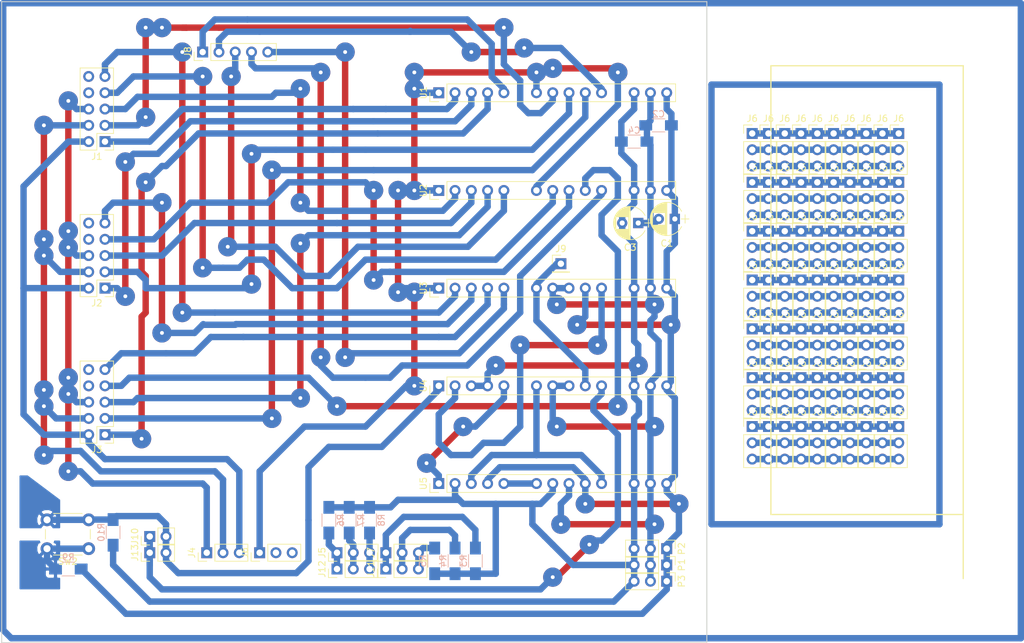
<source format=kicad_pcb>
(kicad_pcb (version 4) (host pcbnew 4.0.7+dfsg1-1)
  (layers (0 F.Cu signal) (31 B.Cu signal) (35 F.Paste user) (37 F.SilkS user hide) (39 F.Mask user) (44 Edge.Cuts user))
  (net 0 "")
  (net 1 +5V)
  (net 2 GNDREF)
  (net 3 -5V)
  (net 4 "Net-(J1-Pad1)")
  (net 5 /OFFSET_HI)
  (net 6 "Net-(J1-Pad3)")
  (net 7 /OFFSET_MI)
  (net 8 "Net-(J1-Pad5)")
  (net 9 /OFFSET_LO)
  (net 10 "Net-(J1-Pad7)")
  (net 11 "Net-(J1-Pad9)")
  (net 12 "Net-(J2-Pad1)")
  (net 13 "Net-(J2-Pad3)")
  (net 14 "Net-(J2-Pad5)")
  (net 15 "Net-(J2-Pad7)")
  (net 16 "Net-(J2-Pad9)")
  (net 17 "Net-(J3-Pad1)")
  (net 18 "Net-(J3-Pad3)")
  (net 19 "Net-(J3-Pad5)")
  (net 20 "Net-(J3-Pad7)")
  (net 21 "Net-(J3-Pad9)")
  (net 22 /SET_OFFSET_LO)
  (net 23 /SET_OFFSET_MI)
  (net 24 /SET_OFFSET_HI)
  (net 25 /SEGMENT_LO)
  (net 26 /SEGMENT_MI)
  (net 27 /SEGMENT_HI)
  (net 28 /SET_SEGMENT_LO)
  (net 29 /SET_SEGMENT_MI)
  (net 30 /SET_SEGMENT_HI)
  (net 31 /OPCODE_0)
  (net 32 /OPCODE_1)
  (net 33 /OPCODE_2)
  (net 34 /OPCODE_3)
  (net 35 /OPCODE_4)
  (net 36 /CLOCK_SOURCE)
  (net 37 /COUNTER_CLOCK)
  (net 38 /RESET_COUNTER)
  (net 39 "Net-(R9-Pad2)")
  (net 40 "Net-(U4-Pad5)")
  (net 41 "Net-(U4-Pad7)")
  (net 42 "Net-(U5-Pad5)")
  (net 43 "Net-(J1-Pad8)")
  (net 44 "Net-(J1-Pad10)")
  (net 45 "Net-(J2-Pad8)")
  (net 46 "Net-(J2-Pad10)")
  (net 47 "Net-(J3-Pad8)")
  (net 48 "Net-(J3-Pad10)")
  (net 49 /BLOCK_NEGATIVE_CLK)
  (module Pin_Headers:Pin_Header_Straight_1x03_Pitch2.54mm (layer F.Cu) (at 154.94 35.56)
    (fp_text reference J6 (at 0 -2.33) (layer F.SilkS))
    (fp_text value Conn_01x03)
    (pad 1 thru_hole rect (at 0 0) (size 1.7 1.7) (drill 1) (layers *.Cu *.Mask) (net 25 /SEGMENT_LO))
    (pad 2 thru_hole oval (at 0 2.54) (size 1.7 1.7) (drill 1) (layers *.Cu *.Mask) (net 26 /SEGMENT_MI))
    (pad 3 thru_hole oval (at 0 5.08) (size 1.7 1.7) (drill 1) (layers *.Cu *.Mask) (net 27 /SEGMENT_HI))
  )
  (module Pin_Headers:Pin_Header_Straight_1x03_Pitch2.54mm (layer F.Cu) (at 154.94 43.18)
    (fp_text reference J6 (at 0 -2.33) (layer F.SilkS))
    (fp_text value Conn_01x03)
    (pad 1 thru_hole rect (at 0 0) (size 1.7 1.7) (drill 1) (layers *.Cu *.Mask) (net 25 /SEGMENT_LO))
    (pad 2 thru_hole oval (at 0 2.54) (size 1.7 1.7) (drill 1) (layers *.Cu *.Mask) (net 26 /SEGMENT_MI))
    (pad 3 thru_hole oval (at 0 5.08) (size 1.7 1.7) (drill 1) (layers *.Cu *.Mask) (net 27 /SEGMENT_HI))
  )
  (module Pin_Headers:Pin_Header_Straight_1x03_Pitch2.54mm (layer F.Cu) (at 154.94 58.42)
    (fp_text reference J6 (at 0 -2.33) (layer F.SilkS))
    (fp_text value Conn_01x03)
    (pad 1 thru_hole rect (at 0 0) (size 1.7 1.7) (drill 1) (layers *.Cu *.Mask) (net 25 /SEGMENT_LO))
    (pad 2 thru_hole oval (at 0 2.54) (size 1.7 1.7) (drill 1) (layers *.Cu *.Mask) (net 26 /SEGMENT_MI))
    (pad 3 thru_hole oval (at 0 5.08) (size 1.7 1.7) (drill 1) (layers *.Cu *.Mask) (net 27 /SEGMENT_HI))
  )
  (module Pin_Headers:Pin_Header_Straight_1x03_Pitch2.54mm (layer F.Cu) (at 154.94 50.8)
    (fp_text reference J6 (at 0 -2.33) (layer F.SilkS))
    (fp_text value Conn_01x03)
    (pad 1 thru_hole rect (at 0 0) (size 1.7 1.7) (drill 1) (layers *.Cu *.Mask) (net 25 /SEGMENT_LO))
    (pad 2 thru_hole oval (at 0 2.54) (size 1.7 1.7) (drill 1) (layers *.Cu *.Mask) (net 26 /SEGMENT_MI))
    (pad 3 thru_hole oval (at 0 5.08) (size 1.7 1.7) (drill 1) (layers *.Cu *.Mask) (net 27 /SEGMENT_HI))
  )
  (module Pin_Headers:Pin_Header_Straight_1x03_Pitch2.54mm (layer F.Cu) (at 154.94 73.66)
    (fp_text reference J6 (at 0 -2.33) (layer F.SilkS))
    (fp_text value Conn_01x03)
    (pad 1 thru_hole rect (at 0 0) (size 1.7 1.7) (drill 1) (layers *.Cu *.Mask) (net 25 /SEGMENT_LO))
    (pad 2 thru_hole oval (at 0 2.54) (size 1.7 1.7) (drill 1) (layers *.Cu *.Mask) (net 26 /SEGMENT_MI))
    (pad 3 thru_hole oval (at 0 5.08) (size 1.7 1.7) (drill 1) (layers *.Cu *.Mask) (net 27 /SEGMENT_HI))
  )
  (module Pin_Headers:Pin_Header_Straight_1x03_Pitch2.54mm (layer F.Cu) (at 154.94 81.28)
    (fp_text reference J6 (at 0 -2.33) (layer F.SilkS))
    (fp_text value Conn_01x03)
    (pad 1 thru_hole rect (at 0 0) (size 1.7 1.7) (drill 1) (layers *.Cu *.Mask) (net 25 /SEGMENT_LO))
    (pad 2 thru_hole oval (at 0 2.54) (size 1.7 1.7) (drill 1) (layers *.Cu *.Mask) (net 26 /SEGMENT_MI))
    (pad 3 thru_hole oval (at 0 5.08) (size 1.7 1.7) (drill 1) (layers *.Cu *.Mask) (net 27 /SEGMENT_HI))
  )
  (module Pin_Headers:Pin_Header_Straight_1x03_Pitch2.54mm (layer F.Cu) (at 154.94 66.04)
    (fp_text reference J6 (at 0 -2.33) (layer F.SilkS))
    (fp_text value Conn_01x03)
    (pad 1 thru_hole rect (at 0 0) (size 1.7 1.7) (drill 1) (layers *.Cu *.Mask) (net 25 /SEGMENT_LO))
    (pad 2 thru_hole oval (at 0 2.54) (size 1.7 1.7) (drill 1) (layers *.Cu *.Mask) (net 26 /SEGMENT_MI))
    (pad 3 thru_hole oval (at 0 5.08) (size 1.7 1.7) (drill 1) (layers *.Cu *.Mask) (net 27 /SEGMENT_HI))
  )
  (module Pin_Headers:Pin_Header_Straight_1x03_Pitch2.54mm (layer F.Cu) (at 152.4 35.56)
    (fp_text reference J6 (at 0 -2.33) (layer F.SilkS))
    (fp_text value Conn_01x03)
    (pad 1 thru_hole rect (at 0 0) (size 1.7 1.7) (drill 1) (layers *.Cu *.Mask) (net 25 /SEGMENT_LO))
    (pad 2 thru_hole oval (at 0 2.54) (size 1.7 1.7) (drill 1) (layers *.Cu *.Mask) (net 26 /SEGMENT_MI))
    (pad 3 thru_hole oval (at 0 5.08) (size 1.7 1.7) (drill 1) (layers *.Cu *.Mask) (net 27 /SEGMENT_HI))
  )
  (module Pin_Headers:Pin_Header_Straight_1x03_Pitch2.54mm (layer F.Cu) (at 152.4 43.18)
    (fp_text reference J6 (at 0 -2.33) (layer F.SilkS))
    (fp_text value Conn_01x03)
    (pad 1 thru_hole rect (at 0 0) (size 1.7 1.7) (drill 1) (layers *.Cu *.Mask) (net 25 /SEGMENT_LO))
    (pad 2 thru_hole oval (at 0 2.54) (size 1.7 1.7) (drill 1) (layers *.Cu *.Mask) (net 26 /SEGMENT_MI))
    (pad 3 thru_hole oval (at 0 5.08) (size 1.7 1.7) (drill 1) (layers *.Cu *.Mask) (net 27 /SEGMENT_HI))
  )
  (module Pin_Headers:Pin_Header_Straight_1x03_Pitch2.54mm (layer F.Cu) (at 152.4 58.42)
    (fp_text reference J6 (at 0 -2.33) (layer F.SilkS))
    (fp_text value Conn_01x03)
    (pad 1 thru_hole rect (at 0 0) (size 1.7 1.7) (drill 1) (layers *.Cu *.Mask) (net 25 /SEGMENT_LO))
    (pad 2 thru_hole oval (at 0 2.54) (size 1.7 1.7) (drill 1) (layers *.Cu *.Mask) (net 26 /SEGMENT_MI))
    (pad 3 thru_hole oval (at 0 5.08) (size 1.7 1.7) (drill 1) (layers *.Cu *.Mask) (net 27 /SEGMENT_HI))
  )
  (module Pin_Headers:Pin_Header_Straight_1x03_Pitch2.54mm (layer F.Cu) (at 152.4 50.8)
    (fp_text reference J6 (at 0 -2.33) (layer F.SilkS))
    (fp_text value Conn_01x03)
    (pad 1 thru_hole rect (at 0 0) (size 1.7 1.7) (drill 1) (layers *.Cu *.Mask) (net 25 /SEGMENT_LO))
    (pad 2 thru_hole oval (at 0 2.54) (size 1.7 1.7) (drill 1) (layers *.Cu *.Mask) (net 26 /SEGMENT_MI))
    (pad 3 thru_hole oval (at 0 5.08) (size 1.7 1.7) (drill 1) (layers *.Cu *.Mask) (net 27 /SEGMENT_HI))
  )
  (module Pin_Headers:Pin_Header_Straight_1x03_Pitch2.54mm (layer F.Cu) (at 152.4 73.66)
    (fp_text reference J6 (at 0 -2.33) (layer F.SilkS))
    (fp_text value Conn_01x03)
    (pad 1 thru_hole rect (at 0 0) (size 1.7 1.7) (drill 1) (layers *.Cu *.Mask) (net 25 /SEGMENT_LO))
    (pad 2 thru_hole oval (at 0 2.54) (size 1.7 1.7) (drill 1) (layers *.Cu *.Mask) (net 26 /SEGMENT_MI))
    (pad 3 thru_hole oval (at 0 5.08) (size 1.7 1.7) (drill 1) (layers *.Cu *.Mask) (net 27 /SEGMENT_HI))
  )
  (module Pin_Headers:Pin_Header_Straight_1x03_Pitch2.54mm (layer F.Cu) (at 152.4 81.28)
    (fp_text reference J6 (at 0 -2.33) (layer F.SilkS))
    (fp_text value Conn_01x03)
    (pad 1 thru_hole rect (at 0 0) (size 1.7 1.7) (drill 1) (layers *.Cu *.Mask) (net 25 /SEGMENT_LO))
    (pad 2 thru_hole oval (at 0 2.54) (size 1.7 1.7) (drill 1) (layers *.Cu *.Mask) (net 26 /SEGMENT_MI))
    (pad 3 thru_hole oval (at 0 5.08) (size 1.7 1.7) (drill 1) (layers *.Cu *.Mask) (net 27 /SEGMENT_HI))
  )
  (module Pin_Headers:Pin_Header_Straight_1x03_Pitch2.54mm (layer F.Cu) (at 152.4 66.04)
    (fp_text reference J6 (at 0 -2.33) (layer F.SilkS))
    (fp_text value Conn_01x03)
    (pad 1 thru_hole rect (at 0 0) (size 1.7 1.7) (drill 1) (layers *.Cu *.Mask) (net 25 /SEGMENT_LO))
    (pad 2 thru_hole oval (at 0 2.54) (size 1.7 1.7) (drill 1) (layers *.Cu *.Mask) (net 26 /SEGMENT_MI))
    (pad 3 thru_hole oval (at 0 5.08) (size 1.7 1.7) (drill 1) (layers *.Cu *.Mask) (net 27 /SEGMENT_HI))
  )
  (module Pin_Headers:Pin_Header_Straight_1x03_Pitch2.54mm (layer F.Cu) (at 142.24 35.56)
    (fp_text reference J6 (at 0 -2.33) (layer F.SilkS))
    (fp_text value Conn_01x03)
    (pad 1 thru_hole rect (at 0 0) (size 1.7 1.7) (drill 1) (layers *.Cu *.Mask) (net 25 /SEGMENT_LO))
    (pad 2 thru_hole oval (at 0 2.54) (size 1.7 1.7) (drill 1) (layers *.Cu *.Mask) (net 26 /SEGMENT_MI))
    (pad 3 thru_hole oval (at 0 5.08) (size 1.7 1.7) (drill 1) (layers *.Cu *.Mask) (net 27 /SEGMENT_HI))
  )
  (module Pin_Headers:Pin_Header_Straight_1x03_Pitch2.54mm (layer F.Cu) (at 142.24 43.18)
    (fp_text reference J6 (at 0 -2.33) (layer F.SilkS))
    (fp_text value Conn_01x03)
    (pad 1 thru_hole rect (at 0 0) (size 1.7 1.7) (drill 1) (layers *.Cu *.Mask) (net 25 /SEGMENT_LO))
    (pad 2 thru_hole oval (at 0 2.54) (size 1.7 1.7) (drill 1) (layers *.Cu *.Mask) (net 26 /SEGMENT_MI))
    (pad 3 thru_hole oval (at 0 5.08) (size 1.7 1.7) (drill 1) (layers *.Cu *.Mask) (net 27 /SEGMENT_HI))
  )
  (module Pin_Headers:Pin_Header_Straight_1x03_Pitch2.54mm (layer F.Cu) (at 142.24 58.42)
    (fp_text reference J6 (at 0 -2.33) (layer F.SilkS))
    (fp_text value Conn_01x03)
    (pad 1 thru_hole rect (at 0 0) (size 1.7 1.7) (drill 1) (layers *.Cu *.Mask) (net 25 /SEGMENT_LO))
    (pad 2 thru_hole oval (at 0 2.54) (size 1.7 1.7) (drill 1) (layers *.Cu *.Mask) (net 26 /SEGMENT_MI))
    (pad 3 thru_hole oval (at 0 5.08) (size 1.7 1.7) (drill 1) (layers *.Cu *.Mask) (net 27 /SEGMENT_HI))
  )
  (module Pin_Headers:Pin_Header_Straight_1x03_Pitch2.54mm (layer F.Cu) (at 142.24 50.8)
    (fp_text reference J6 (at 0 -2.33) (layer F.SilkS))
    (fp_text value Conn_01x03)
    (pad 1 thru_hole rect (at 0 0) (size 1.7 1.7) (drill 1) (layers *.Cu *.Mask) (net 25 /SEGMENT_LO))
    (pad 2 thru_hole oval (at 0 2.54) (size 1.7 1.7) (drill 1) (layers *.Cu *.Mask) (net 26 /SEGMENT_MI))
    (pad 3 thru_hole oval (at 0 5.08) (size 1.7 1.7) (drill 1) (layers *.Cu *.Mask) (net 27 /SEGMENT_HI))
  )
  (module Pin_Headers:Pin_Header_Straight_1x03_Pitch2.54mm (layer F.Cu) (at 142.24 73.66)
    (fp_text reference J6 (at 0 -2.33) (layer F.SilkS))
    (fp_text value Conn_01x03)
    (pad 1 thru_hole rect (at 0 0) (size 1.7 1.7) (drill 1) (layers *.Cu *.Mask) (net 25 /SEGMENT_LO))
    (pad 2 thru_hole oval (at 0 2.54) (size 1.7 1.7) (drill 1) (layers *.Cu *.Mask) (net 26 /SEGMENT_MI))
    (pad 3 thru_hole oval (at 0 5.08) (size 1.7 1.7) (drill 1) (layers *.Cu *.Mask) (net 27 /SEGMENT_HI))
  )
  (module Pin_Headers:Pin_Header_Straight_1x03_Pitch2.54mm (layer F.Cu) (at 142.24 81.28)
    (fp_text reference J6 (at 0 -2.33) (layer F.SilkS))
    (fp_text value Conn_01x03)
    (pad 1 thru_hole rect (at 0 0) (size 1.7 1.7) (drill 1) (layers *.Cu *.Mask) (net 25 /SEGMENT_LO))
    (pad 2 thru_hole oval (at 0 2.54) (size 1.7 1.7) (drill 1) (layers *.Cu *.Mask) (net 26 /SEGMENT_MI))
    (pad 3 thru_hole oval (at 0 5.08) (size 1.7 1.7) (drill 1) (layers *.Cu *.Mask) (net 27 /SEGMENT_HI))
  )
  (module Pin_Headers:Pin_Header_Straight_1x03_Pitch2.54mm (layer F.Cu) (at 142.24 66.04)
    (fp_text reference J6 (at 0 -2.33) (layer F.SilkS))
    (fp_text value Conn_01x03)
    (pad 1 thru_hole rect (at 0 0) (size 1.7 1.7) (drill 1) (layers *.Cu *.Mask) (net 25 /SEGMENT_LO))
    (pad 2 thru_hole oval (at 0 2.54) (size 1.7 1.7) (drill 1) (layers *.Cu *.Mask) (net 26 /SEGMENT_MI))
    (pad 3 thru_hole oval (at 0 5.08) (size 1.7 1.7) (drill 1) (layers *.Cu *.Mask) (net 27 /SEGMENT_HI))
  )
  (module Pin_Headers:Pin_Header_Straight_1x03_Pitch2.54mm (layer F.Cu) (at 144.78 66.04)
    (fp_text reference J6 (at 0 -2.33) (layer F.SilkS))
    (fp_text value Conn_01x03)
    (pad 1 thru_hole rect (at 0 0) (size 1.7 1.7) (drill 1) (layers *.Cu *.Mask) (net 25 /SEGMENT_LO))
    (pad 2 thru_hole oval (at 0 2.54) (size 1.7 1.7) (drill 1) (layers *.Cu *.Mask) (net 26 /SEGMENT_MI))
    (pad 3 thru_hole oval (at 0 5.08) (size 1.7 1.7) (drill 1) (layers *.Cu *.Mask) (net 27 /SEGMENT_HI))
  )
  (module Pin_Headers:Pin_Header_Straight_1x03_Pitch2.54mm (layer F.Cu) (at 144.78 81.28)
    (fp_text reference J6 (at 0 -2.33) (layer F.SilkS))
    (fp_text value Conn_01x03)
    (pad 1 thru_hole rect (at 0 0) (size 1.7 1.7) (drill 1) (layers *.Cu *.Mask) (net 25 /SEGMENT_LO))
    (pad 2 thru_hole oval (at 0 2.54) (size 1.7 1.7) (drill 1) (layers *.Cu *.Mask) (net 26 /SEGMENT_MI))
    (pad 3 thru_hole oval (at 0 5.08) (size 1.7 1.7) (drill 1) (layers *.Cu *.Mask) (net 27 /SEGMENT_HI))
  )
  (module Pin_Headers:Pin_Header_Straight_1x03_Pitch2.54mm (layer F.Cu) (at 144.78 73.66)
    (fp_text reference J6 (at 0 -2.33) (layer F.SilkS))
    (fp_text value Conn_01x03)
    (pad 1 thru_hole rect (at 0 0) (size 1.7 1.7) (drill 1) (layers *.Cu *.Mask) (net 25 /SEGMENT_LO))
    (pad 2 thru_hole oval (at 0 2.54) (size 1.7 1.7) (drill 1) (layers *.Cu *.Mask) (net 26 /SEGMENT_MI))
    (pad 3 thru_hole oval (at 0 5.08) (size 1.7 1.7) (drill 1) (layers *.Cu *.Mask) (net 27 /SEGMENT_HI))
  )
  (module Pin_Headers:Pin_Header_Straight_1x03_Pitch2.54mm (layer F.Cu) (at 144.78 50.8)
    (fp_text reference J6 (at 0 -2.33) (layer F.SilkS))
    (fp_text value Conn_01x03)
    (pad 1 thru_hole rect (at 0 0) (size 1.7 1.7) (drill 1) (layers *.Cu *.Mask) (net 25 /SEGMENT_LO))
    (pad 2 thru_hole oval (at 0 2.54) (size 1.7 1.7) (drill 1) (layers *.Cu *.Mask) (net 26 /SEGMENT_MI))
    (pad 3 thru_hole oval (at 0 5.08) (size 1.7 1.7) (drill 1) (layers *.Cu *.Mask) (net 27 /SEGMENT_HI))
  )
  (module Pin_Headers:Pin_Header_Straight_1x03_Pitch2.54mm (layer F.Cu) (at 144.78 58.42)
    (fp_text reference J6 (at 0 -2.33) (layer F.SilkS))
    (fp_text value Conn_01x03)
    (pad 1 thru_hole rect (at 0 0) (size 1.7 1.7) (drill 1) (layers *.Cu *.Mask) (net 25 /SEGMENT_LO))
    (pad 2 thru_hole oval (at 0 2.54) (size 1.7 1.7) (drill 1) (layers *.Cu *.Mask) (net 26 /SEGMENT_MI))
    (pad 3 thru_hole oval (at 0 5.08) (size 1.7 1.7) (drill 1) (layers *.Cu *.Mask) (net 27 /SEGMENT_HI))
  )
  (module Pin_Headers:Pin_Header_Straight_1x03_Pitch2.54mm (layer F.Cu) (at 144.78 43.18)
    (fp_text reference J6 (at 0 -2.33) (layer F.SilkS))
    (fp_text value Conn_01x03)
    (pad 1 thru_hole rect (at 0 0) (size 1.7 1.7) (drill 1) (layers *.Cu *.Mask) (net 25 /SEGMENT_LO))
    (pad 2 thru_hole oval (at 0 2.54) (size 1.7 1.7) (drill 1) (layers *.Cu *.Mask) (net 26 /SEGMENT_MI))
    (pad 3 thru_hole oval (at 0 5.08) (size 1.7 1.7) (drill 1) (layers *.Cu *.Mask) (net 27 /SEGMENT_HI))
  )
  (module Pin_Headers:Pin_Header_Straight_1x03_Pitch2.54mm (layer F.Cu) (at 144.78 35.56)
    (fp_text reference J6 (at 0 -2.33) (layer F.SilkS))
    (fp_text value Conn_01x03)
    (pad 1 thru_hole rect (at 0 0) (size 1.7 1.7) (drill 1) (layers *.Cu *.Mask) (net 25 /SEGMENT_LO))
    (pad 2 thru_hole oval (at 0 2.54) (size 1.7 1.7) (drill 1) (layers *.Cu *.Mask) (net 26 /SEGMENT_MI))
    (pad 3 thru_hole oval (at 0 5.08) (size 1.7 1.7) (drill 1) (layers *.Cu *.Mask) (net 27 /SEGMENT_HI))
  )
  (module Pin_Headers:Pin_Header_Straight_1x03_Pitch2.54mm (layer F.Cu) (at 149.86 35.56)
    (fp_text reference J6 (at 0 -2.33) (layer F.SilkS))
    (fp_text value Conn_01x03)
    (pad 1 thru_hole rect (at 0 0) (size 1.7 1.7) (drill 1) (layers *.Cu *.Mask) (net 25 /SEGMENT_LO))
    (pad 2 thru_hole oval (at 0 2.54) (size 1.7 1.7) (drill 1) (layers *.Cu *.Mask) (net 26 /SEGMENT_MI))
    (pad 3 thru_hole oval (at 0 5.08) (size 1.7 1.7) (drill 1) (layers *.Cu *.Mask) (net 27 /SEGMENT_HI))
  )
  (module Pin_Headers:Pin_Header_Straight_1x03_Pitch2.54mm (layer F.Cu) (at 149.86 43.18)
    (fp_text reference J6 (at 0 -2.33) (layer F.SilkS))
    (fp_text value Conn_01x03)
    (pad 1 thru_hole rect (at 0 0) (size 1.7 1.7) (drill 1) (layers *.Cu *.Mask) (net 25 /SEGMENT_LO))
    (pad 2 thru_hole oval (at 0 2.54) (size 1.7 1.7) (drill 1) (layers *.Cu *.Mask) (net 26 /SEGMENT_MI))
    (pad 3 thru_hole oval (at 0 5.08) (size 1.7 1.7) (drill 1) (layers *.Cu *.Mask) (net 27 /SEGMENT_HI))
  )
  (module Pin_Headers:Pin_Header_Straight_1x03_Pitch2.54mm (layer F.Cu) (at 149.86 58.42)
    (fp_text reference J6 (at 0 -2.33) (layer F.SilkS))
    (fp_text value Conn_01x03)
    (pad 1 thru_hole rect (at 0 0) (size 1.7 1.7) (drill 1) (layers *.Cu *.Mask) (net 25 /SEGMENT_LO))
    (pad 2 thru_hole oval (at 0 2.54) (size 1.7 1.7) (drill 1) (layers *.Cu *.Mask) (net 26 /SEGMENT_MI))
    (pad 3 thru_hole oval (at 0 5.08) (size 1.7 1.7) (drill 1) (layers *.Cu *.Mask) (net 27 /SEGMENT_HI))
  )
  (module Pin_Headers:Pin_Header_Straight_1x03_Pitch2.54mm (layer F.Cu) (at 149.86 50.8)
    (fp_text reference J6 (at 0 -2.33) (layer F.SilkS))
    (fp_text value Conn_01x03)
    (pad 1 thru_hole rect (at 0 0) (size 1.7 1.7) (drill 1) (layers *.Cu *.Mask) (net 25 /SEGMENT_LO))
    (pad 2 thru_hole oval (at 0 2.54) (size 1.7 1.7) (drill 1) (layers *.Cu *.Mask) (net 26 /SEGMENT_MI))
    (pad 3 thru_hole oval (at 0 5.08) (size 1.7 1.7) (drill 1) (layers *.Cu *.Mask) (net 27 /SEGMENT_HI))
  )
  (module Pin_Headers:Pin_Header_Straight_1x03_Pitch2.54mm (layer F.Cu) (at 149.86 73.66)
    (fp_text reference J6 (at 0 -2.33) (layer F.SilkS))
    (fp_text value Conn_01x03)
    (pad 1 thru_hole rect (at 0 0) (size 1.7 1.7) (drill 1) (layers *.Cu *.Mask) (net 25 /SEGMENT_LO))
    (pad 2 thru_hole oval (at 0 2.54) (size 1.7 1.7) (drill 1) (layers *.Cu *.Mask) (net 26 /SEGMENT_MI))
    (pad 3 thru_hole oval (at 0 5.08) (size 1.7 1.7) (drill 1) (layers *.Cu *.Mask) (net 27 /SEGMENT_HI))
  )
  (module Pin_Headers:Pin_Header_Straight_1x03_Pitch2.54mm (layer F.Cu) (at 149.86 81.28)
    (fp_text reference J6 (at 0 -2.33) (layer F.SilkS))
    (fp_text value Conn_01x03)
    (pad 1 thru_hole rect (at 0 0) (size 1.7 1.7) (drill 1) (layers *.Cu *.Mask) (net 25 /SEGMENT_LO))
    (pad 2 thru_hole oval (at 0 2.54) (size 1.7 1.7) (drill 1) (layers *.Cu *.Mask) (net 26 /SEGMENT_MI))
    (pad 3 thru_hole oval (at 0 5.08) (size 1.7 1.7) (drill 1) (layers *.Cu *.Mask) (net 27 /SEGMENT_HI))
  )
  (module Pin_Headers:Pin_Header_Straight_1x03_Pitch2.54mm (layer F.Cu) (at 149.86 66.04)
    (fp_text reference J6 (at 0 -2.33) (layer F.SilkS))
    (fp_text value Conn_01x03)
    (pad 1 thru_hole rect (at 0 0) (size 1.7 1.7) (drill 1) (layers *.Cu *.Mask) (net 25 /SEGMENT_LO))
    (pad 2 thru_hole oval (at 0 2.54) (size 1.7 1.7) (drill 1) (layers *.Cu *.Mask) (net 26 /SEGMENT_MI))
    (pad 3 thru_hole oval (at 0 5.08) (size 1.7 1.7) (drill 1) (layers *.Cu *.Mask) (net 27 /SEGMENT_HI))
  )
  (module Pin_Headers:Pin_Header_Straight_1x03_Pitch2.54mm (layer F.Cu) (at 147.32 66.04)
    (fp_text reference J6 (at 0 -2.33) (layer F.SilkS))
    (fp_text value Conn_01x03)
    (pad 1 thru_hole rect (at 0 0) (size 1.7 1.7) (drill 1) (layers *.Cu *.Mask) (net 25 /SEGMENT_LO))
    (pad 2 thru_hole oval (at 0 2.54) (size 1.7 1.7) (drill 1) (layers *.Cu *.Mask) (net 26 /SEGMENT_MI))
    (pad 3 thru_hole oval (at 0 5.08) (size 1.7 1.7) (drill 1) (layers *.Cu *.Mask) (net 27 /SEGMENT_HI))
  )
  (module Pin_Headers:Pin_Header_Straight_1x03_Pitch2.54mm (layer F.Cu) (at 147.32 81.28)
    (fp_text reference J6 (at 0 -2.33) (layer F.SilkS))
    (fp_text value Conn_01x03)
    (pad 1 thru_hole rect (at 0 0) (size 1.7 1.7) (drill 1) (layers *.Cu *.Mask) (net 25 /SEGMENT_LO))
    (pad 2 thru_hole oval (at 0 2.54) (size 1.7 1.7) (drill 1) (layers *.Cu *.Mask) (net 26 /SEGMENT_MI))
    (pad 3 thru_hole oval (at 0 5.08) (size 1.7 1.7) (drill 1) (layers *.Cu *.Mask) (net 27 /SEGMENT_HI))
  )
  (module Pin_Headers:Pin_Header_Straight_1x03_Pitch2.54mm (layer F.Cu) (at 147.32 73.66)
    (fp_text reference J6 (at 0 -2.33) (layer F.SilkS))
    (fp_text value Conn_01x03)
    (pad 1 thru_hole rect (at 0 0) (size 1.7 1.7) (drill 1) (layers *.Cu *.Mask) (net 25 /SEGMENT_LO))
    (pad 2 thru_hole oval (at 0 2.54) (size 1.7 1.7) (drill 1) (layers *.Cu *.Mask) (net 26 /SEGMENT_MI))
    (pad 3 thru_hole oval (at 0 5.08) (size 1.7 1.7) (drill 1) (layers *.Cu *.Mask) (net 27 /SEGMENT_HI))
  )
  (module Pin_Headers:Pin_Header_Straight_1x03_Pitch2.54mm (layer F.Cu) (at 147.32 50.8)
    (fp_text reference J6 (at 0 -2.33) (layer F.SilkS))
    (fp_text value Conn_01x03)
    (pad 1 thru_hole rect (at 0 0) (size 1.7 1.7) (drill 1) (layers *.Cu *.Mask) (net 25 /SEGMENT_LO))
    (pad 2 thru_hole oval (at 0 2.54) (size 1.7 1.7) (drill 1) (layers *.Cu *.Mask) (net 26 /SEGMENT_MI))
    (pad 3 thru_hole oval (at 0 5.08) (size 1.7 1.7) (drill 1) (layers *.Cu *.Mask) (net 27 /SEGMENT_HI))
  )
  (module Pin_Headers:Pin_Header_Straight_1x03_Pitch2.54mm (layer F.Cu) (at 147.32 58.42)
    (fp_text reference J6 (at 0 -2.33) (layer F.SilkS))
    (fp_text value Conn_01x03)
    (pad 1 thru_hole rect (at 0 0) (size 1.7 1.7) (drill 1) (layers *.Cu *.Mask) (net 25 /SEGMENT_LO))
    (pad 2 thru_hole oval (at 0 2.54) (size 1.7 1.7) (drill 1) (layers *.Cu *.Mask) (net 26 /SEGMENT_MI))
    (pad 3 thru_hole oval (at 0 5.08) (size 1.7 1.7) (drill 1) (layers *.Cu *.Mask) (net 27 /SEGMENT_HI))
  )
  (module Pin_Headers:Pin_Header_Straight_1x03_Pitch2.54mm (layer F.Cu) (at 147.32 43.18)
    (fp_text reference J6 (at 0 -2.33) (layer F.SilkS))
    (fp_text value Conn_01x03)
    (pad 1 thru_hole rect (at 0 0) (size 1.7 1.7) (drill 1) (layers *.Cu *.Mask) (net 25 /SEGMENT_LO))
    (pad 2 thru_hole oval (at 0 2.54) (size 1.7 1.7) (drill 1) (layers *.Cu *.Mask) (net 26 /SEGMENT_MI))
    (pad 3 thru_hole oval (at 0 5.08) (size 1.7 1.7) (drill 1) (layers *.Cu *.Mask) (net 27 /SEGMENT_HI))
  )
  (module Pin_Headers:Pin_Header_Straight_1x03_Pitch2.54mm (layer F.Cu) (at 147.32 35.56)
    (fp_text reference J6 (at 0 -2.33) (layer F.SilkS))
    (fp_text value Conn_01x03)
    (pad 1 thru_hole rect (at 0 0) (size 1.7 1.7) (drill 1) (layers *.Cu *.Mask) (net 25 /SEGMENT_LO))
    (pad 2 thru_hole oval (at 0 2.54) (size 1.7 1.7) (drill 1) (layers *.Cu *.Mask) (net 26 /SEGMENT_MI))
    (pad 3 thru_hole oval (at 0 5.08) (size 1.7 1.7) (drill 1) (layers *.Cu *.Mask) (net 27 /SEGMENT_HI))
  )
  (module Pin_Headers:Pin_Header_Straight_1x03_Pitch2.54mm (layer F.Cu) (at 137.16 35.56)
    (fp_text reference J6 (at 0 -2.33) (layer F.SilkS))
    (fp_text value Conn_01x03)
    (pad 1 thru_hole rect (at 0 0) (size 1.7 1.7) (drill 1) (layers *.Cu *.Mask) (net 25 /SEGMENT_LO))
    (pad 2 thru_hole oval (at 0 2.54) (size 1.7 1.7) (drill 1) (layers *.Cu *.Mask) (net 26 /SEGMENT_MI))
    (pad 3 thru_hole oval (at 0 5.08) (size 1.7 1.7) (drill 1) (layers *.Cu *.Mask) (net 27 /SEGMENT_HI))
  )
  (module Pin_Headers:Pin_Header_Straight_1x03_Pitch2.54mm (layer F.Cu) (at 137.16 43.18)
    (fp_text reference J6 (at 0 -2.33) (layer F.SilkS))
    (fp_text value Conn_01x03)
    (pad 1 thru_hole rect (at 0 0) (size 1.7 1.7) (drill 1) (layers *.Cu *.Mask) (net 25 /SEGMENT_LO))
    (pad 2 thru_hole oval (at 0 2.54) (size 1.7 1.7) (drill 1) (layers *.Cu *.Mask) (net 26 /SEGMENT_MI))
    (pad 3 thru_hole oval (at 0 5.08) (size 1.7 1.7) (drill 1) (layers *.Cu *.Mask) (net 27 /SEGMENT_HI))
  )
  (module Pin_Headers:Pin_Header_Straight_1x03_Pitch2.54mm (layer F.Cu) (at 137.16 58.42)
    (fp_text reference J6 (at 0 -2.33) (layer F.SilkS))
    (fp_text value Conn_01x03)
    (pad 1 thru_hole rect (at 0 0) (size 1.7 1.7) (drill 1) (layers *.Cu *.Mask) (net 25 /SEGMENT_LO))
    (pad 2 thru_hole oval (at 0 2.54) (size 1.7 1.7) (drill 1) (layers *.Cu *.Mask) (net 26 /SEGMENT_MI))
    (pad 3 thru_hole oval (at 0 5.08) (size 1.7 1.7) (drill 1) (layers *.Cu *.Mask) (net 27 /SEGMENT_HI))
  )
  (module Pin_Headers:Pin_Header_Straight_1x03_Pitch2.54mm (layer F.Cu) (at 137.16 50.8)
    (fp_text reference J6 (at 0 -2.33) (layer F.SilkS))
    (fp_text value Conn_01x03)
    (pad 1 thru_hole rect (at 0 0) (size 1.7 1.7) (drill 1) (layers *.Cu *.Mask) (net 25 /SEGMENT_LO))
    (pad 2 thru_hole oval (at 0 2.54) (size 1.7 1.7) (drill 1) (layers *.Cu *.Mask) (net 26 /SEGMENT_MI))
    (pad 3 thru_hole oval (at 0 5.08) (size 1.7 1.7) (drill 1) (layers *.Cu *.Mask) (net 27 /SEGMENT_HI))
  )
  (module Pin_Headers:Pin_Header_Straight_1x03_Pitch2.54mm (layer F.Cu) (at 137.16 73.66)
    (fp_text reference J6 (at 0 -2.33) (layer F.SilkS))
    (fp_text value Conn_01x03)
    (pad 1 thru_hole rect (at 0 0) (size 1.7 1.7) (drill 1) (layers *.Cu *.Mask) (net 25 /SEGMENT_LO))
    (pad 2 thru_hole oval (at 0 2.54) (size 1.7 1.7) (drill 1) (layers *.Cu *.Mask) (net 26 /SEGMENT_MI))
    (pad 3 thru_hole oval (at 0 5.08) (size 1.7 1.7) (drill 1) (layers *.Cu *.Mask) (net 27 /SEGMENT_HI))
  )
  (module Pin_Headers:Pin_Header_Straight_1x03_Pitch2.54mm (layer F.Cu) (at 137.16 81.28)
    (fp_text reference J6 (at 0 -2.33) (layer F.SilkS))
    (fp_text value Conn_01x03)
    (pad 1 thru_hole rect (at 0 0) (size 1.7 1.7) (drill 1) (layers *.Cu *.Mask) (net 25 /SEGMENT_LO))
    (pad 2 thru_hole oval (at 0 2.54) (size 1.7 1.7) (drill 1) (layers *.Cu *.Mask) (net 26 /SEGMENT_MI))
    (pad 3 thru_hole oval (at 0 5.08) (size 1.7 1.7) (drill 1) (layers *.Cu *.Mask) (net 27 /SEGMENT_HI))
  )
  (module Pin_Headers:Pin_Header_Straight_1x03_Pitch2.54mm (layer F.Cu) (at 137.16 66.04)
    (fp_text reference J6 (at 0 -2.33) (layer F.SilkS))
    (fp_text value Conn_01x03)
    (pad 1 thru_hole rect (at 0 0) (size 1.7 1.7) (drill 1) (layers *.Cu *.Mask) (net 25 /SEGMENT_LO))
    (pad 2 thru_hole oval (at 0 2.54) (size 1.7 1.7) (drill 1) (layers *.Cu *.Mask) (net 26 /SEGMENT_MI))
    (pad 3 thru_hole oval (at 0 5.08) (size 1.7 1.7) (drill 1) (layers *.Cu *.Mask) (net 27 /SEGMENT_HI))
  )
  (module Pin_Headers:Pin_Header_Straight_1x03_Pitch2.54mm (layer F.Cu) (at 139.7 66.04)
    (fp_text reference J6 (at 0 -2.33) (layer F.SilkS))
    (fp_text value Conn_01x03)
    (pad 1 thru_hole rect (at 0 0) (size 1.7 1.7) (drill 1) (layers *.Cu *.Mask) (net 25 /SEGMENT_LO))
    (pad 2 thru_hole oval (at 0 2.54) (size 1.7 1.7) (drill 1) (layers *.Cu *.Mask) (net 26 /SEGMENT_MI))
    (pad 3 thru_hole oval (at 0 5.08) (size 1.7 1.7) (drill 1) (layers *.Cu *.Mask) (net 27 /SEGMENT_HI))
  )
  (module Pin_Headers:Pin_Header_Straight_1x03_Pitch2.54mm (layer F.Cu) (at 139.7 81.28)
    (fp_text reference J6 (at 0 -2.33) (layer F.SilkS))
    (fp_text value Conn_01x03)
    (pad 1 thru_hole rect (at 0 0) (size 1.7 1.7) (drill 1) (layers *.Cu *.Mask) (net 25 /SEGMENT_LO))
    (pad 2 thru_hole oval (at 0 2.54) (size 1.7 1.7) (drill 1) (layers *.Cu *.Mask) (net 26 /SEGMENT_MI))
    (pad 3 thru_hole oval (at 0 5.08) (size 1.7 1.7) (drill 1) (layers *.Cu *.Mask) (net 27 /SEGMENT_HI))
  )
  (module Pin_Headers:Pin_Header_Straight_1x03_Pitch2.54mm (layer F.Cu) (at 139.7 73.66)
    (fp_text reference J6 (at 0 -2.33) (layer F.SilkS))
    (fp_text value Conn_01x03)
    (pad 1 thru_hole rect (at 0 0) (size 1.7 1.7) (drill 1) (layers *.Cu *.Mask) (net 25 /SEGMENT_LO))
    (pad 2 thru_hole oval (at 0 2.54) (size 1.7 1.7) (drill 1) (layers *.Cu *.Mask) (net 26 /SEGMENT_MI))
    (pad 3 thru_hole oval (at 0 5.08) (size 1.7 1.7) (drill 1) (layers *.Cu *.Mask) (net 27 /SEGMENT_HI))
  )
  (module Pin_Headers:Pin_Header_Straight_1x03_Pitch2.54mm (layer F.Cu) (at 139.7 50.8)
    (fp_text reference J6 (at 0 -2.33) (layer F.SilkS))
    (fp_text value Conn_01x03)
    (pad 1 thru_hole rect (at 0 0) (size 1.7 1.7) (drill 1) (layers *.Cu *.Mask) (net 25 /SEGMENT_LO))
    (pad 2 thru_hole oval (at 0 2.54) (size 1.7 1.7) (drill 1) (layers *.Cu *.Mask) (net 26 /SEGMENT_MI))
    (pad 3 thru_hole oval (at 0 5.08) (size 1.7 1.7) (drill 1) (layers *.Cu *.Mask) (net 27 /SEGMENT_HI))
  )
  (module Pin_Headers:Pin_Header_Straight_1x03_Pitch2.54mm (layer F.Cu) (at 139.7 58.42)
    (fp_text reference J6 (at 0 -2.33) (layer F.SilkS))
    (fp_text value Conn_01x03)
    (pad 1 thru_hole rect (at 0 0) (size 1.7 1.7) (drill 1) (layers *.Cu *.Mask) (net 25 /SEGMENT_LO))
    (pad 2 thru_hole oval (at 0 2.54) (size 1.7 1.7) (drill 1) (layers *.Cu *.Mask) (net 26 /SEGMENT_MI))
    (pad 3 thru_hole oval (at 0 5.08) (size 1.7 1.7) (drill 1) (layers *.Cu *.Mask) (net 27 /SEGMENT_HI))
  )
  (module Pin_Headers:Pin_Header_Straight_1x03_Pitch2.54mm (layer F.Cu) (at 139.7 43.18)
    (fp_text reference J6 (at 0 -2.33) (layer F.SilkS))
    (fp_text value Conn_01x03)
    (pad 1 thru_hole rect (at 0 0) (size 1.7 1.7) (drill 1) (layers *.Cu *.Mask) (net 25 /SEGMENT_LO))
    (pad 2 thru_hole oval (at 0 2.54) (size 1.7 1.7) (drill 1) (layers *.Cu *.Mask) (net 26 /SEGMENT_MI))
    (pad 3 thru_hole oval (at 0 5.08) (size 1.7 1.7) (drill 1) (layers *.Cu *.Mask) (net 27 /SEGMENT_HI))
  )
  (module Pin_Headers:Pin_Header_Straight_1x03_Pitch2.54mm (layer F.Cu) (at 139.7 35.56)
    (fp_text reference J6 (at 0 -2.33) (layer F.SilkS))
    (fp_text value Conn_01x03)
    (pad 1 thru_hole rect (at 0 0) (size 1.7 1.7) (drill 1) (layers *.Cu *.Mask) (net 25 /SEGMENT_LO))
    (pad 2 thru_hole oval (at 0 2.54) (size 1.7 1.7) (drill 1) (layers *.Cu *.Mask) (net 26 /SEGMENT_MI))
    (pad 3 thru_hole oval (at 0 5.08) (size 1.7 1.7) (drill 1) (layers *.Cu *.Mask) (net 27 /SEGMENT_HI))
  )
  (module Pin_Headers:Pin_Header_Straight_1x03_Pitch2.54mm (layer F.Cu) (at 134.62 35.56)
    (fp_text reference J6 (at 0 -2.33) (layer F.SilkS))
    (fp_text value Conn_01x03)
    (pad 1 thru_hole rect (at 0 0) (size 1.7 1.7) (drill 1) (layers *.Cu *.Mask) (net 25 /SEGMENT_LO))
    (pad 2 thru_hole oval (at 0 2.54) (size 1.7 1.7) (drill 1) (layers *.Cu *.Mask) (net 26 /SEGMENT_MI))
    (pad 3 thru_hole oval (at 0 5.08) (size 1.7 1.7) (drill 1) (layers *.Cu *.Mask) (net 27 /SEGMENT_HI))
  )
  (module Pin_Headers:Pin_Header_Straight_1x03_Pitch2.54mm (layer F.Cu) (at 134.62 43.18)
    (fp_text reference J6 (at 0 -2.33) (layer F.SilkS))
    (fp_text value Conn_01x03)
    (pad 1 thru_hole rect (at 0 0) (size 1.7 1.7) (drill 1) (layers *.Cu *.Mask) (net 25 /SEGMENT_LO))
    (pad 2 thru_hole oval (at 0 2.54) (size 1.7 1.7) (drill 1) (layers *.Cu *.Mask) (net 26 /SEGMENT_MI))
    (pad 3 thru_hole oval (at 0 5.08) (size 1.7 1.7) (drill 1) (layers *.Cu *.Mask) (net 27 /SEGMENT_HI))
  )
  (module Pin_Headers:Pin_Header_Straight_1x03_Pitch2.54mm (layer F.Cu) (at 134.62 58.42)
    (fp_text reference J6 (at 0 -2.33) (layer F.SilkS))
    (fp_text value Conn_01x03)
    (pad 1 thru_hole rect (at 0 0) (size 1.7 1.7) (drill 1) (layers *.Cu *.Mask) (net 25 /SEGMENT_LO))
    (pad 2 thru_hole oval (at 0 2.54) (size 1.7 1.7) (drill 1) (layers *.Cu *.Mask) (net 26 /SEGMENT_MI))
    (pad 3 thru_hole oval (at 0 5.08) (size 1.7 1.7) (drill 1) (layers *.Cu *.Mask) (net 27 /SEGMENT_HI))
  )
  (module Pin_Headers:Pin_Header_Straight_1x03_Pitch2.54mm (layer F.Cu) (at 134.62 50.8)
    (fp_text reference J6 (at 0 -2.33) (layer F.SilkS))
    (fp_text value Conn_01x03)
    (pad 1 thru_hole rect (at 0 0) (size 1.7 1.7) (drill 1) (layers *.Cu *.Mask) (net 25 /SEGMENT_LO))
    (pad 2 thru_hole oval (at 0 2.54) (size 1.7 1.7) (drill 1) (layers *.Cu *.Mask) (net 26 /SEGMENT_MI))
    (pad 3 thru_hole oval (at 0 5.08) (size 1.7 1.7) (drill 1) (layers *.Cu *.Mask) (net 27 /SEGMENT_HI))
  )
  (module Pin_Headers:Pin_Header_Straight_1x03_Pitch2.54mm (layer F.Cu) (at 134.62 73.66)
    (fp_text reference J6 (at 0 -2.33) (layer F.SilkS))
    (fp_text value Conn_01x03)
    (pad 1 thru_hole rect (at 0 0) (size 1.7 1.7) (drill 1) (layers *.Cu *.Mask) (net 25 /SEGMENT_LO))
    (pad 2 thru_hole oval (at 0 2.54) (size 1.7 1.7) (drill 1) (layers *.Cu *.Mask) (net 26 /SEGMENT_MI))
    (pad 3 thru_hole oval (at 0 5.08) (size 1.7 1.7) (drill 1) (layers *.Cu *.Mask) (net 27 /SEGMENT_HI))
  )
  (module Pin_Headers:Pin_Header_Straight_1x03_Pitch2.54mm (layer F.Cu) (at 134.62 81.28)
    (fp_text reference J6 (at 0 -2.33) (layer F.SilkS))
    (fp_text value Conn_01x03)
    (pad 1 thru_hole rect (at 0 0) (size 1.7 1.7) (drill 1) (layers *.Cu *.Mask) (net 25 /SEGMENT_LO))
    (pad 2 thru_hole oval (at 0 2.54) (size 1.7 1.7) (drill 1) (layers *.Cu *.Mask) (net 26 /SEGMENT_MI))
    (pad 3 thru_hole oval (at 0 5.08) (size 1.7 1.7) (drill 1) (layers *.Cu *.Mask) (net 27 /SEGMENT_HI))
  )
  (module Pin_Headers:Pin_Header_Straight_1x03_Pitch2.54mm (layer F.Cu) (at 134.62 66.04)
    (fp_text reference J6 (at 0 -2.33) (layer F.SilkS))
    (fp_text value Conn_01x03)
    (pad 1 thru_hole rect (at 0 0) (size 1.7 1.7) (drill 1) (layers *.Cu *.Mask) (net 25 /SEGMENT_LO))
    (pad 2 thru_hole oval (at 0 2.54) (size 1.7 1.7) (drill 1) (layers *.Cu *.Mask) (net 26 /SEGMENT_MI))
    (pad 3 thru_hole oval (at 0 5.08) (size 1.7 1.7) (drill 1) (layers *.Cu *.Mask) (net 27 /SEGMENT_HI))
  )
  (module Pin_Headers:Pin_Header_Straight_1x03_Pitch2.54mm (layer F.Cu) (at 132.08 66.04)
    (fp_text reference J6 (at 0 -2.33) (layer F.SilkS))
    (fp_text value Conn_01x03)
    (pad 1 thru_hole rect (at 0 0) (size 1.7 1.7) (drill 1) (layers *.Cu *.Mask) (net 25 /SEGMENT_LO))
    (pad 2 thru_hole oval (at 0 2.54) (size 1.7 1.7) (drill 1) (layers *.Cu *.Mask) (net 26 /SEGMENT_MI))
    (pad 3 thru_hole oval (at 0 5.08) (size 1.7 1.7) (drill 1) (layers *.Cu *.Mask) (net 27 /SEGMENT_HI))
  )
  (module Pin_Headers:Pin_Header_Straight_1x03_Pitch2.54mm (layer F.Cu) (at 132.08 81.28)
    (fp_text reference J6 (at 0 -2.33) (layer F.SilkS))
    (fp_text value Conn_01x03)
    (pad 1 thru_hole rect (at 0 0) (size 1.7 1.7) (drill 1) (layers *.Cu *.Mask) (net 25 /SEGMENT_LO))
    (pad 2 thru_hole oval (at 0 2.54) (size 1.7 1.7) (drill 1) (layers *.Cu *.Mask) (net 26 /SEGMENT_MI))
    (pad 3 thru_hole oval (at 0 5.08) (size 1.7 1.7) (drill 1) (layers *.Cu *.Mask) (net 27 /SEGMENT_HI))
  )
  (module Pin_Headers:Pin_Header_Straight_1x03_Pitch2.54mm (layer F.Cu) (at 132.08 73.66)
    (fp_text reference J6 (at 0 -2.33) (layer F.SilkS))
    (fp_text value Conn_01x03)
    (pad 1 thru_hole rect (at 0 0) (size 1.7 1.7) (drill 1) (layers *.Cu *.Mask) (net 25 /SEGMENT_LO))
    (pad 2 thru_hole oval (at 0 2.54) (size 1.7 1.7) (drill 1) (layers *.Cu *.Mask) (net 26 /SEGMENT_MI))
    (pad 3 thru_hole oval (at 0 5.08) (size 1.7 1.7) (drill 1) (layers *.Cu *.Mask) (net 27 /SEGMENT_HI))
  )
  (module Pin_Headers:Pin_Header_Straight_1x03_Pitch2.54mm (layer F.Cu) (at 132.08 50.8)
    (fp_text reference J6 (at 0 -2.33) (layer F.SilkS))
    (fp_text value Conn_01x03)
    (pad 1 thru_hole rect (at 0 0) (size 1.7 1.7) (drill 1) (layers *.Cu *.Mask) (net 25 /SEGMENT_LO))
    (pad 2 thru_hole oval (at 0 2.54) (size 1.7 1.7) (drill 1) (layers *.Cu *.Mask) (net 26 /SEGMENT_MI))
    (pad 3 thru_hole oval (at 0 5.08) (size 1.7 1.7) (drill 1) (layers *.Cu *.Mask) (net 27 /SEGMENT_HI))
  )
  (module Pin_Headers:Pin_Header_Straight_1x03_Pitch2.54mm (layer F.Cu) (at 132.08 58.42)
    (fp_text reference J6 (at 0 -2.33) (layer F.SilkS))
    (fp_text value Conn_01x03)
    (pad 1 thru_hole rect (at 0 0) (size 1.7 1.7) (drill 1) (layers *.Cu *.Mask) (net 25 /SEGMENT_LO))
    (pad 2 thru_hole oval (at 0 2.54) (size 1.7 1.7) (drill 1) (layers *.Cu *.Mask) (net 26 /SEGMENT_MI))
    (pad 3 thru_hole oval (at 0 5.08) (size 1.7 1.7) (drill 1) (layers *.Cu *.Mask) (net 27 /SEGMENT_HI))
  )
  (module Pin_Headers:Pin_Header_Straight_1x03_Pitch2.54mm (layer F.Cu) (at 132.08 43.18)
    (fp_text reference J6 (at 0 -2.33) (layer F.SilkS))
    (fp_text value Conn_01x03)
    (pad 1 thru_hole rect (at 0 0) (size 1.7 1.7) (drill 1) (layers *.Cu *.Mask) (net 25 /SEGMENT_LO))
    (pad 2 thru_hole oval (at 0 2.54) (size 1.7 1.7) (drill 1) (layers *.Cu *.Mask) (net 26 /SEGMENT_MI))
    (pad 3 thru_hole oval (at 0 5.08) (size 1.7 1.7) (drill 1) (layers *.Cu *.Mask) (net 27 /SEGMENT_HI))
  )
  (module Pin_Headers:Pin_Header_Straight_1x03_Pitch2.54mm (layer F.Cu) (at 132.08 35.56)
    (fp_text reference J6 (at 0 -2.33) (layer F.SilkS))
    (fp_text value Conn_01x03)
    (pad 1 thru_hole rect (at 0 0) (size 1.7 1.7) (drill 1) (layers *.Cu *.Mask) (net 25 /SEGMENT_LO))
    (pad 2 thru_hole oval (at 0 2.54) (size 1.7 1.7) (drill 1) (layers *.Cu *.Mask) (net 26 /SEGMENT_MI))
    (pad 3 thru_hole oval (at 0 5.08) (size 1.7 1.7) (drill 1) (layers *.Cu *.Mask) (net 27 /SEGMENT_HI))
  )
  (module Capacitors_SMD:C_1206_HandSoldering (layer B.Cu) (at 113.665 36.83 180)
    (fp_text reference C4 (at 0 1.75 180) (layer B.SilkS) (effects (justify mirror)))
    (fp_text value .1u)
    (pad 1 smd rect (at -2 0 180) (size 2 1.6) (layers B.Cu) (net 2 GNDREF))
    (pad 2 smd rect (at 2 0 180) (size 2 1.6) (layers B.Cu) (net 3 -5V))
  )
  (module trimux:trimux1x15_2.54 (layer F.Cu) (at 83.185 74.93 90)
    (fp_text reference U4 (at 0 -2.39 90) (layer F.SilkS))
    (fp_text value trimux)
    (pad 1 thru_hole rect (at 0 0 90) (size 1.7 1.7) (drill 1) (layers *.Cu *.Mask) (net 38 /RESET_COUNTER))
    (pad 2 thru_hole oval (at 0 2.54 90) (size 1.7 1.7) (drill 1) (layers *.Cu *.Mask) (net 49 /BLOCK_NEGATIVE_CLK))
    (pad 3 thru_hole oval (at 0 5.08 90) (size 1.7 1.7) (drill 1) (layers *.Cu *.Mask) (net 3 -5V))
    (pad 4 thru_hole oval (at 0 7.62 90) (size 1.7 1.7) (drill 1) (layers *.Cu *.Mask) (net 3 -5V))
    (pad 5 thru_hole oval (at 0 10.16 90) (size 1.7 1.7) (drill 1) (layers *.Cu *.Mask) (net 40 "Net-(U4-Pad5)"))
    (pad 7 thru_hole oval (at 0 15.24 90) (size 1.7 1.7) (drill 1) (layers *.Cu *.Mask) (net 41 "Net-(U4-Pad7)"))
    (pad 8 thru_hole oval (at 0 17.78 90) (size 1.7 1.7) (drill 1) (layers *.Cu *.Mask) (net 2 GNDREF))
    (pad 9 thru_hole oval (at 0 20.32 90) (size 1.7 1.7) (drill 1) (layers *.Cu *.Mask) (net 2 GNDREF))
    (pad 10 thru_hole oval (at 0 22.86 90) (size 1.7 1.7) (drill 1) (layers *.Cu *.Mask) (net 36 /CLOCK_SOURCE))
    (pad 11 thru_hole oval (at 0 25.4 90) (size 1.7 1.7) (drill 1) (layers *.Cu *.Mask) (net 37 /COUNTER_CLOCK))
    (pad 13 thru_hole oval (at 0 30.48 90) (size 1.7 1.7) (drill 1) (layers *.Cu *.Mask) (net 3 -5V))
    (pad 14 thru_hole oval (at 0 33.02 90) (size 1.7 1.7) (drill 1) (layers *.Cu *.Mask) (net 2 GNDREF))
    (pad 15 thru_hole oval (at 0 35.56 90) (size 1.7 1.7) (drill 1) (layers *.Cu *.Mask) (net 1 +5V))
  )
  (module Capacitors_SMD:C_1206_HandSoldering (layer B.Cu) (at 117.475 34.29 180)
    (fp_text reference C2 (at 0 1.75 180) (layer B.SilkS) (effects (justify mirror)))
    (fp_text value .1u)
    (pad 1 smd rect (at -2 0 180) (size 2 1.6) (layers B.Cu) (net 1 +5V))
    (pad 2 smd rect (at 2 0 180) (size 2 1.6) (layers B.Cu) (net 2 GNDREF))
  )
  (module Pin_Headers:Pin_Header_Straight_2x05_Pitch2.54mm (layer F.Cu) (at 31.115 36.83 180)
    (fp_text reference J1 (at 1.27 -2.33 180) (layer F.SilkS))
    (fp_text value Conn_02x05_Odd_Even)
    (pad 1 thru_hole rect (at 0 0 180) (size 1.7 1.7) (drill 1) (layers *.Cu *.Mask) (net 4 "Net-(J1-Pad1)"))
    (pad 2 thru_hole oval (at 2.54 0 180) (size 1.7 1.7) (drill 1) (layers *.Cu *.Mask) (net 5 /OFFSET_HI))
    (pad 3 thru_hole oval (at 0 2.54 180) (size 1.7 1.7) (drill 1) (layers *.Cu *.Mask) (net 6 "Net-(J1-Pad3)"))
    (pad 4 thru_hole oval (at 2.54 2.54 180) (size 1.7 1.7) (drill 1) (layers *.Cu *.Mask) (net 7 /OFFSET_MI))
    (pad 5 thru_hole oval (at 0 5.08 180) (size 1.7 1.7) (drill 1) (layers *.Cu *.Mask) (net 8 "Net-(J1-Pad5)"))
    (pad 6 thru_hole oval (at 2.54 5.08 180) (size 1.7 1.7) (drill 1) (layers *.Cu *.Mask) (net 9 /OFFSET_LO))
    (pad 7 thru_hole oval (at 0 7.62 180) (size 1.7 1.7) (drill 1) (layers *.Cu *.Mask) (net 10 "Net-(J1-Pad7)"))
    (pad 8 thru_hole oval (at 2.54 7.62 180) (size 1.7 1.7) (drill 1) (layers *.Cu *.Mask) (net 43 "Net-(J1-Pad8)"))
    (pad 9 thru_hole oval (at 0 10.16 180) (size 1.7 1.7) (drill 1) (layers *.Cu *.Mask) (net 11 "Net-(J1-Pad9)"))
    (pad 10 thru_hole oval (at 2.54 10.16 180) (size 1.7 1.7) (drill 1) (layers *.Cu *.Mask) (net 44 "Net-(J1-Pad10)"))
  )
  (module Pin_Headers:Pin_Header_Straight_2x05_Pitch2.54mm (layer F.Cu) (at 31.115 59.69 180)
    (fp_text reference J2 (at 1.27 -2.33 180) (layer F.SilkS))
    (fp_text value Conn_02x05_Odd_Even)
    (pad 1 thru_hole rect (at 0 0 180) (size 1.7 1.7) (drill 1) (layers *.Cu *.Mask) (net 12 "Net-(J2-Pad1)"))
    (pad 2 thru_hole oval (at 2.54 0 180) (size 1.7 1.7) (drill 1) (layers *.Cu *.Mask) (net 5 /OFFSET_HI))
    (pad 3 thru_hole oval (at 0 2.54 180) (size 1.7 1.7) (drill 1) (layers *.Cu *.Mask) (net 13 "Net-(J2-Pad3)"))
    (pad 4 thru_hole oval (at 2.54 2.54 180) (size 1.7 1.7) (drill 1) (layers *.Cu *.Mask) (net 7 /OFFSET_MI))
    (pad 5 thru_hole oval (at 0 5.08 180) (size 1.7 1.7) (drill 1) (layers *.Cu *.Mask) (net 14 "Net-(J2-Pad5)"))
    (pad 6 thru_hole oval (at 2.54 5.08 180) (size 1.7 1.7) (drill 1) (layers *.Cu *.Mask) (net 9 /OFFSET_LO))
    (pad 7 thru_hole oval (at 0 7.62 180) (size 1.7 1.7) (drill 1) (layers *.Cu *.Mask) (net 15 "Net-(J2-Pad7)"))
    (pad 8 thru_hole oval (at 2.54 7.62 180) (size 1.7 1.7) (drill 1) (layers *.Cu *.Mask) (net 45 "Net-(J2-Pad8)"))
    (pad 9 thru_hole oval (at 0 10.16 180) (size 1.7 1.7) (drill 1) (layers *.Cu *.Mask) (net 16 "Net-(J2-Pad9)"))
    (pad 10 thru_hole oval (at 2.54 10.16 180) (size 1.7 1.7) (drill 1) (layers *.Cu *.Mask) (net 46 "Net-(J2-Pad10)"))
  )
  (module Pin_Headers:Pin_Header_Straight_2x05_Pitch2.54mm (layer F.Cu) (at 31.115 82.55 180)
    (fp_text reference J3 (at 1.27 -2.33 180) (layer F.SilkS))
    (fp_text value Conn_02x05_Odd_Even)
    (pad 1 thru_hole rect (at 0 0 180) (size 1.7 1.7) (drill 1) (layers *.Cu *.Mask) (net 17 "Net-(J3-Pad1)"))
    (pad 2 thru_hole oval (at 2.54 0 180) (size 1.7 1.7) (drill 1) (layers *.Cu *.Mask) (net 5 /OFFSET_HI))
    (pad 3 thru_hole oval (at 0 2.54 180) (size 1.7 1.7) (drill 1) (layers *.Cu *.Mask) (net 18 "Net-(J3-Pad3)"))
    (pad 4 thru_hole oval (at 2.54 2.54 180) (size 1.7 1.7) (drill 1) (layers *.Cu *.Mask) (net 7 /OFFSET_MI))
    (pad 5 thru_hole oval (at 0 5.08 180) (size 1.7 1.7) (drill 1) (layers *.Cu *.Mask) (net 19 "Net-(J3-Pad5)"))
    (pad 6 thru_hole oval (at 2.54 5.08 180) (size 1.7 1.7) (drill 1) (layers *.Cu *.Mask) (net 9 /OFFSET_LO))
    (pad 7 thru_hole oval (at 0 7.62 180) (size 1.7 1.7) (drill 1) (layers *.Cu *.Mask) (net 20 "Net-(J3-Pad7)"))
    (pad 8 thru_hole oval (at 2.54 7.62 180) (size 1.7 1.7) (drill 1) (layers *.Cu *.Mask) (net 47 "Net-(J3-Pad8)"))
    (pad 9 thru_hole oval (at 0 10.16 180) (size 1.7 1.7) (drill 1) (layers *.Cu *.Mask) (net 21 "Net-(J3-Pad9)"))
    (pad 10 thru_hole oval (at 2.54 10.16 180) (size 1.7 1.7) (drill 1) (layers *.Cu *.Mask) (net 48 "Net-(J3-Pad10)"))
  )
  (module Pin_Headers:Pin_Header_Straight_1x03_Pitch2.54mm (layer F.Cu) (at 46.99 100.965 90)
    (fp_text reference J4 (at 0 -2.33 90) (layer F.SilkS))
    (fp_text value Conn_01x03)
    (pad 1 thru_hole rect (at 0 0 90) (size 1.7 1.7) (drill 1) (layers *.Cu *.Mask) (net 9 /OFFSET_LO))
    (pad 2 thru_hole oval (at 0 2.54 90) (size 1.7 1.7) (drill 1) (layers *.Cu *.Mask) (net 7 /OFFSET_MI))
    (pad 3 thru_hole oval (at 0 5.08 90) (size 1.7 1.7) (drill 1) (layers *.Cu *.Mask) (net 5 /OFFSET_HI))
  )
  (module Pin_Headers:Pin_Header_Straight_1x03_Pitch2.54mm (layer F.Cu) (at 67.31 100.965 90)
    (fp_text reference J5 (at 0 -2.33 90) (layer F.SilkS))
    (fp_text value Conn_01x03)
    (pad 1 thru_hole rect (at 0 0 90) (size 1.7 1.7) (drill 1) (layers *.Cu *.Mask) (net 22 /SET_OFFSET_LO))
    (pad 2 thru_hole oval (at 0 2.54 90) (size 1.7 1.7) (drill 1) (layers *.Cu *.Mask) (net 23 /SET_OFFSET_MI))
    (pad 3 thru_hole oval (at 0 5.08 90) (size 1.7 1.7) (drill 1) (layers *.Cu *.Mask) (net 24 /SET_OFFSET_HI))
  )
  (module Pin_Headers:Pin_Header_Straight_1x03_Pitch2.54mm (layer F.Cu) (at 55.245 100.965 90)
    (fp_text reference J6 (at 0 -2.33 90) (layer F.SilkS))
    (fp_text value Conn_01x03)
    (pad 1 thru_hole rect (at 0 0 90) (size 1.7 1.7) (drill 1) (layers *.Cu *.Mask) (net 25 /SEGMENT_LO))
    (pad 2 thru_hole oval (at 0 2.54 90) (size 1.7 1.7) (drill 1) (layers *.Cu *.Mask) (net 26 /SEGMENT_MI))
    (pad 3 thru_hole oval (at 0 5.08 90) (size 1.7 1.7) (drill 1) (layers *.Cu *.Mask) (net 27 /SEGMENT_HI))
  )
  (module Pin_Headers:Pin_Header_Straight_1x03_Pitch2.54mm (layer F.Cu) (at 74.93 100.965 90)
    (fp_text reference J7 (at 0 -2.33 90) (layer F.SilkS))
    (fp_text value Conn_01x03)
    (pad 1 thru_hole rect (at 0 0 90) (size 1.7 1.7) (drill 1) (layers *.Cu *.Mask) (net 28 /SET_SEGMENT_LO))
    (pad 2 thru_hole oval (at 0 2.54 90) (size 1.7 1.7) (drill 1) (layers *.Cu *.Mask) (net 29 /SET_SEGMENT_MI))
    (pad 3 thru_hole oval (at 0 5.08 90) (size 1.7 1.7) (drill 1) (layers *.Cu *.Mask) (net 30 /SET_SEGMENT_HI))
  )
  (module Pin_Headers:Pin_Header_Straight_1x05_Pitch2.54mm (layer F.Cu) (at 46.355 22.86 90)
    (fp_text reference J8 (at 0 -2.33 90) (layer F.SilkS))
    (fp_text value Conn_01x05)
    (pad 1 thru_hole rect (at 0 0 90) (size 1.7 1.7) (drill 1) (layers *.Cu *.Mask) (net 31 /OPCODE_0))
    (pad 2 thru_hole oval (at 0 2.54 90) (size 1.7 1.7) (drill 1) (layers *.Cu *.Mask) (net 32 /OPCODE_1))
    (pad 3 thru_hole oval (at 0 5.08 90) (size 1.7 1.7) (drill 1) (layers *.Cu *.Mask) (net 33 /OPCODE_2))
    (pad 4 thru_hole oval (at 0 7.62 90) (size 1.7 1.7) (drill 1) (layers *.Cu *.Mask) (net 34 /OPCODE_3))
    (pad 5 thru_hole oval (at 0 10.16 90) (size 1.7 1.7) (drill 1) (layers *.Cu *.Mask) (net 35 /OPCODE_4))
  )
  (module Pin_Headers:Pin_Header_Straight_1x01_Pitch2.54mm (layer F.Cu) (at 102.235 55.88)
    (fp_text reference J9 (at 0 -2.33) (layer F.SilkS))
    (fp_text value Conn_01x01)
    (pad 1 thru_hole rect (at 0 0) (size 1.7 1.7) (drill 1) (layers *.Cu *.Mask) (net 36 /CLOCK_SOURCE))
  )
  (module Pin_Headers:Pin_Header_Straight_1x02_Pitch2.54mm (layer F.Cu) (at 38.1 98.425 90)
    (fp_text reference J10 (at 0 -2.33 90) (layer F.SilkS))
    (fp_text value Conn_01x02)
    (pad 1 thru_hole rect (at 0 0 90) (size 1.7 1.7) (drill 1) (layers *.Cu *.Mask) (net 37 /COUNTER_CLOCK))
    (pad 2 thru_hole oval (at 0 2.54 90) (size 1.7 1.7) (drill 1) (layers *.Cu *.Mask) (net 38 /RESET_COUNTER))
  )
  (module Pin_Headers:Pin_Header_Straight_1x03_Pitch2.54mm (layer F.Cu) (at 118.745 102.87 270)
    (fp_text reference P1 (at 0 -2.33 270) (layer F.SilkS))
    (fp_text value CONN_01X03)
    (pad 1 thru_hole rect (at 0 0 270) (size 1.7 1.7) (drill 1) (layers *.Cu *.Mask) (net 1 +5V))
    (pad 2 thru_hole oval (at 0 2.54 270) (size 1.7 1.7) (drill 1) (layers *.Cu *.Mask) (net 2 GNDREF))
    (pad 3 thru_hole oval (at 0 5.08 270) (size 1.7 1.7) (drill 1) (layers *.Cu *.Mask) (net 3 -5V))
  )
  (module Resistors_SMD:R_1206_HandSoldering (layer B.Cu) (at 88.9 102.235 270)
    (fp_text reference R3 (at 0 1.85 270) (layer B.SilkS) (effects (justify mirror)))
    (fp_text value 100k)
    (pad 1 smd rect (at -2 0 270) (size 2 1.7) (layers B.Cu) (net 28 /SET_SEGMENT_LO))
    (pad 2 smd rect (at 2 0 270) (size 2 1.7) (layers B.Cu) (net 3 -5V))
  )
  (module Resistors_SMD:R_1206_HandSoldering (layer B.Cu) (at 85.725 102.235 270)
    (fp_text reference R4 (at 0 1.85 270) (layer B.SilkS) (effects (justify mirror)))
    (fp_text value 100k)
    (pad 1 smd rect (at -2 0 270) (size 2 1.7) (layers B.Cu) (net 29 /SET_SEGMENT_MI))
    (pad 2 smd rect (at 2 0 270) (size 2 1.7) (layers B.Cu) (net 3 -5V))
  )
  (module Resistors_SMD:R_1206_HandSoldering (layer B.Cu) (at 82.55 102.235 270)
    (fp_text reference R5 (at 0 1.85 270) (layer B.SilkS) (effects (justify mirror)))
    (fp_text value 100k)
    (pad 1 smd rect (at -2 0 270) (size 2 1.7) (layers B.Cu) (net 30 /SET_SEGMENT_HI))
    (pad 2 smd rect (at 2 0 270) (size 2 1.7) (layers B.Cu) (net 3 -5V))
  )
  (module Resistors_SMD:R_1206_HandSoldering (layer B.Cu) (at 66.04 95.885 90)
    (fp_text reference R6 (at 0 1.85 90) (layer B.SilkS) (effects (justify mirror)))
    (fp_text value 100k)
    (pad 1 smd rect (at -2 0 90) (size 2 1.7) (layers B.Cu) (net 22 /SET_OFFSET_LO))
    (pad 2 smd rect (at 2 0 90) (size 2 1.7) (layers B.Cu) (net 3 -5V))
  )
  (module Resistors_SMD:R_1206_HandSoldering (layer B.Cu) (at 69.215 95.885 90)
    (fp_text reference R7 (at 0 1.85 90) (layer B.SilkS) (effects (justify mirror)))
    (fp_text value 100k)
    (pad 1 smd rect (at -2 0 90) (size 2 1.7) (layers B.Cu) (net 23 /SET_OFFSET_MI))
    (pad 2 smd rect (at 2 0 90) (size 2 1.7) (layers B.Cu) (net 3 -5V))
  )
  (module Resistors_SMD:R_1206_HandSoldering (layer B.Cu) (at 72.39 95.885 90)
    (fp_text reference R8 (at 0 1.85 90) (layer B.SilkS) (effects (justify mirror)))
    (fp_text value 100k)
    (pad 1 smd rect (at -2 0 90) (size 2 1.7) (layers B.Cu) (net 24 /SET_OFFSET_HI))
    (pad 2 smd rect (at 2 0 90) (size 2 1.7) (layers B.Cu) (net 3 -5V))
  )
  (module Resistors_SMD:R_1206_HandSoldering (layer B.Cu) (at 25.4 103.505 180)
    (fp_text reference R9 (at 0 1.85 180) (layer B.SilkS) (effects (justify mirror)))
    (fp_text value 1k)
    (pad 1 smd rect (at -2 0 180) (size 2 1.7) (layers B.Cu) (net 1 +5V))
    (pad 2 smd rect (at 2 0 180) (size 2 1.7) (layers B.Cu) (net 39 "Net-(R9-Pad2)"))
  )
  (module Resistors_SMD:R_1206_HandSoldering (layer B.Cu) (at 32.385 97.79 270)
    (fp_text reference R10 (at 0 1.85 270) (layer B.SilkS) (effects (justify mirror)))
    (fp_text value 100k)
    (pad 1 smd rect (at -2 0 270) (size 2 1.7) (layers B.Cu) (net 38 /RESET_COUNTER))
    (pad 2 smd rect (at 2 0 270) (size 2 1.7) (layers B.Cu) (net 3 -5V))
  )
  (module trimux:trimux1x15_2.54 (layer F.Cu) (at 83.185 29.21 90)
    (fp_text reference U1 (at 0 -2.39 90) (layer F.SilkS))
    (fp_text value trimux)
    (pad 1 thru_hole rect (at 0 0 90) (size 1.7 1.7) (drill 1) (layers *.Cu *.Mask) (net 25 /SEGMENT_LO))
    (pad 2 thru_hole oval (at 0 2.54 90) (size 1.7 1.7) (drill 1) (layers *.Cu *.Mask) (net 4 "Net-(J1-Pad1)"))
    (pad 3 thru_hole oval (at 0 5.08 90) (size 1.7 1.7) (drill 1) (layers *.Cu *.Mask) (net 12 "Net-(J2-Pad1)"))
    (pad 4 thru_hole oval (at 0 7.62 90) (size 1.7 1.7) (drill 1) (layers *.Cu *.Mask) (net 17 "Net-(J3-Pad1)"))
    (pad 5 thru_hole oval (at 0 10.16 90) (size 1.7 1.7) (drill 1) (layers *.Cu *.Mask) (net 31 /OPCODE_0))
    (pad 7 thru_hole oval (at 0 15.24 90) (size 1.7 1.7) (drill 1) (layers *.Cu *.Mask) (net 25 /SEGMENT_LO))
    (pad 8 thru_hole oval (at 0 17.78 90) (size 1.7 1.7) (drill 1) (layers *.Cu *.Mask) (net 6 "Net-(J1-Pad3)"))
    (pad 9 thru_hole oval (at 0 20.32 90) (size 1.7 1.7) (drill 1) (layers *.Cu *.Mask) (net 13 "Net-(J2-Pad3)"))
    (pad 10 thru_hole oval (at 0 22.86 90) (size 1.7 1.7) (drill 1) (layers *.Cu *.Mask) (net 18 "Net-(J3-Pad3)"))
    (pad 11 thru_hole oval (at 0 25.4 90) (size 1.7 1.7) (drill 1) (layers *.Cu *.Mask) (net 32 /OPCODE_1))
    (pad 13 thru_hole oval (at 0 30.48 90) (size 1.7 1.7) (drill 1) (layers *.Cu *.Mask) (net 3 -5V))
    (pad 14 thru_hole oval (at 0 33.02 90) (size 1.7 1.7) (drill 1) (layers *.Cu *.Mask) (net 2 GNDREF))
    (pad 15 thru_hole oval (at 0 35.56 90) (size 1.7 1.7) (drill 1) (layers *.Cu *.Mask) (net 1 +5V))
  )
  (module trimux:trimux1x15_2.54 (layer F.Cu) (at 83.185 44.45 90)
    (fp_text reference U2 (at 0 -2.39 90) (layer F.SilkS))
    (fp_text value trimux)
    (pad 1 thru_hole rect (at 0 0 90) (size 1.7 1.7) (drill 1) (layers *.Cu *.Mask) (net 25 /SEGMENT_LO))
    (pad 2 thru_hole oval (at 0 2.54 90) (size 1.7 1.7) (drill 1) (layers *.Cu *.Mask) (net 8 "Net-(J1-Pad5)"))
    (pad 3 thru_hole oval (at 0 5.08 90) (size 1.7 1.7) (drill 1) (layers *.Cu *.Mask) (net 14 "Net-(J2-Pad5)"))
    (pad 4 thru_hole oval (at 0 7.62 90) (size 1.7 1.7) (drill 1) (layers *.Cu *.Mask) (net 19 "Net-(J3-Pad5)"))
    (pad 5 thru_hole oval (at 0 10.16 90) (size 1.7 1.7) (drill 1) (layers *.Cu *.Mask) (net 33 /OPCODE_2))
    (pad 7 thru_hole oval (at 0 15.24 90) (size 1.7 1.7) (drill 1) (layers *.Cu *.Mask) (net 25 /SEGMENT_LO))
    (pad 8 thru_hole oval (at 0 17.78 90) (size 1.7 1.7) (drill 1) (layers *.Cu *.Mask) (net 10 "Net-(J1-Pad7)"))
    (pad 9 thru_hole oval (at 0 20.32 90) (size 1.7 1.7) (drill 1) (layers *.Cu *.Mask) (net 15 "Net-(J2-Pad7)"))
    (pad 10 thru_hole oval (at 0 22.86 90) (size 1.7 1.7) (drill 1) (layers *.Cu *.Mask) (net 20 "Net-(J3-Pad7)"))
    (pad 11 thru_hole oval (at 0 25.4 90) (size 1.7 1.7) (drill 1) (layers *.Cu *.Mask) (net 34 /OPCODE_3))
    (pad 13 thru_hole oval (at 0 30.48 90) (size 1.7 1.7) (drill 1) (layers *.Cu *.Mask) (net 3 -5V))
    (pad 14 thru_hole oval (at 0 33.02 90) (size 1.7 1.7) (drill 1) (layers *.Cu *.Mask) (net 2 GNDREF))
    (pad 15 thru_hole oval (at 0 35.56 90) (size 1.7 1.7) (drill 1) (layers *.Cu *.Mask) (net 1 +5V))
  )
  (module trimux:trimux1x15_2.54 (layer F.Cu) (at 83.185 59.69 90)
    (fp_text reference U3 (at 0 -2.39 90) (layer F.SilkS))
    (fp_text value trimux)
    (pad 1 thru_hole rect (at 0 0 90) (size 1.7 1.7) (drill 1) (layers *.Cu *.Mask) (net 25 /SEGMENT_LO))
    (pad 2 thru_hole oval (at 0 2.54 90) (size 1.7 1.7) (drill 1) (layers *.Cu *.Mask) (net 11 "Net-(J1-Pad9)"))
    (pad 3 thru_hole oval (at 0 5.08 90) (size 1.7 1.7) (drill 1) (layers *.Cu *.Mask) (net 16 "Net-(J2-Pad9)"))
    (pad 4 thru_hole oval (at 0 7.62 90) (size 1.7 1.7) (drill 1) (layers *.Cu *.Mask) (net 21 "Net-(J3-Pad9)"))
    (pad 5 thru_hole oval (at 0 10.16 90) (size 1.7 1.7) (drill 1) (layers *.Cu *.Mask) (net 35 /OPCODE_4))
    (pad 7 thru_hole oval (at 0 15.24 90) (size 1.7 1.7) (drill 1) (layers *.Cu *.Mask) (net 36 /CLOCK_SOURCE))
    (pad 8 thru_hole oval (at 0 17.78 90) (size 1.7 1.7) (drill 1) (layers *.Cu *.Mask) (net 2 GNDREF))
    (pad 9 thru_hole oval (at 0 20.32 90) (size 1.7 1.7) (drill 1) (layers *.Cu *.Mask) (net 2 GNDREF))
    (pad 10 thru_hole oval (at 0 22.86 90) (size 1.7 1.7) (drill 1) (layers *.Cu *.Mask) (net 1 +5V))
    (pad 11 thru_hole oval (at 0 25.4 90) (size 1.7 1.7) (drill 1) (layers *.Cu *.Mask) (net 49 /BLOCK_NEGATIVE_CLK))
    (pad 13 thru_hole oval (at 0 30.48 90) (size 1.7 1.7) (drill 1) (layers *.Cu *.Mask) (net 3 -5V))
    (pad 14 thru_hole oval (at 0 33.02 90) (size 1.7 1.7) (drill 1) (layers *.Cu *.Mask) (net 2 GNDREF))
    (pad 15 thru_hole oval (at 0 35.56 90) (size 1.7 1.7) (drill 1) (layers *.Cu *.Mask) (net 1 +5V))
  )
  (module trimux:trimux1x15_2.54 (layer F.Cu) (at 83.185 90.17 90)
    (fp_text reference U5 (at 0 -2.39 90) (layer F.SilkS))
    (fp_text value trimux)
    (pad 1 thru_hole rect (at 0 0 90) (size 1.7 1.7) (drill 1) (layers *.Cu *.Mask) (net 40 "Net-(U4-Pad5)"))
    (pad 2 thru_hole oval (at 0 2.54 90) (size 1.7 1.7) (drill 1) (layers *.Cu *.Mask) (net 3 -5V))
    (pad 3 thru_hole oval (at 0 5.08 90) (size 1.7 1.7) (drill 1) (layers *.Cu *.Mask) (net 41 "Net-(U4-Pad7)"))
    (pad 4 thru_hole oval (at 0 7.62 90) (size 1.7 1.7) (drill 1) (layers *.Cu *.Mask) (net 1 +5V))
    (pad 5 thru_hole oval (at 0 10.16 90) (size 1.7 1.7) (drill 1) (layers *.Cu *.Mask) (net 42 "Net-(U5-Pad5)"))
    (pad 7 thru_hole oval (at 0 15.24 90) (size 1.7 1.7) (drill 1) (layers *.Cu *.Mask) (net 42 "Net-(U5-Pad5)"))
    (pad 8 thru_hole oval (at 0 17.78 90) (size 1.7 1.7) (drill 1) (layers *.Cu *.Mask) (net 3 -5V))
    (pad 9 thru_hole oval (at 0 20.32 90) (size 1.7 1.7) (drill 1) (layers *.Cu *.Mask) (net 2 GNDREF))
    (pad 10 thru_hole oval (at 0 22.86 90) (size 1.7 1.7) (drill 1) (layers *.Cu *.Mask) (net 1 +5V))
    (pad 11 thru_hole oval (at 0 25.4 90) (size 1.7 1.7) (drill 1) (layers *.Cu *.Mask) (net 41 "Net-(U4-Pad7)"))
    (pad 13 thru_hole oval (at 0 30.48 90) (size 1.7 1.7) (drill 1) (layers *.Cu *.Mask) (net 3 -5V))
    (pad 14 thru_hole oval (at 0 33.02 90) (size 1.7 1.7) (drill 1) (layers *.Cu *.Mask) (net 2 GNDREF))
    (pad 15 thru_hole oval (at 0 35.56 90) (size 1.7 1.7) (drill 1) (layers *.Cu *.Mask) (net 1 +5V))
  )
  (module Pin_Headers:Pin_Header_Straight_1x03_Pitch2.54mm (layer F.Cu) (at 118.745 100.33 270)
    (fp_text reference P2 (at 0 -2.33 270) (layer F.SilkS))
    (fp_text value CONN_01X03)
    (pad 1 thru_hole rect (at 0 0 270) (size 1.7 1.7) (drill 1) (layers *.Cu *.Mask) (net 1 +5V))
    (pad 2 thru_hole oval (at 0 2.54 270) (size 1.7 1.7) (drill 1) (layers *.Cu *.Mask) (net 2 GNDREF))
    (pad 3 thru_hole oval (at 0 5.08 270) (size 1.7 1.7) (drill 1) (layers *.Cu *.Mask) (net 3 -5V))
  )
  (module Pin_Headers:Pin_Header_Straight_1x03_Pitch2.54mm (layer F.Cu) (at 118.745 105.41 270)
    (fp_text reference P3 (at 0 -2.33 270) (layer F.SilkS))
    (fp_text value CONN_01X03)
    (pad 1 thru_hole rect (at 0 0 270) (size 1.7 1.7) (drill 1) (layers *.Cu *.Mask) (net 1 +5V))
    (pad 2 thru_hole oval (at 0 2.54 270) (size 1.7 1.7) (drill 1) (layers *.Cu *.Mask) (net 2 GNDREF))
    (pad 3 thru_hole oval (at 0 5.08 270) (size 1.7 1.7) (drill 1) (layers *.Cu *.Mask) (net 3 -5V))
  )
  (module Pin_Headers:Pin_Header_Straight_1x03_Pitch2.54mm (layer F.Cu) (at 74.93 103.505 90)
    (fp_text reference J11 (at 0 -2.33 90) (layer F.SilkS))
    (fp_text value Conn_01x03)
    (pad 1 thru_hole rect (at 0 0 90) (size 1.7 1.7) (drill 1) (layers *.Cu *.Mask) (net 28 /SET_SEGMENT_LO))
    (pad 2 thru_hole oval (at 0 2.54 90) (size 1.7 1.7) (drill 1) (layers *.Cu *.Mask) (net 29 /SET_SEGMENT_MI))
    (pad 3 thru_hole oval (at 0 5.08 90) (size 1.7 1.7) (drill 1) (layers *.Cu *.Mask) (net 30 /SET_SEGMENT_HI))
  )
  (module Pin_Headers:Pin_Header_Straight_1x03_Pitch2.54mm (layer F.Cu) (at 67.31 103.505 90)
    (fp_text reference J12 (at 0 -2.33 90) (layer F.SilkS))
    (fp_text value Conn_01x03)
    (pad 1 thru_hole rect (at 0 0 90) (size 1.7 1.7) (drill 1) (layers *.Cu *.Mask) (net 22 /SET_OFFSET_LO))
    (pad 2 thru_hole oval (at 0 2.54 90) (size 1.7 1.7) (drill 1) (layers *.Cu *.Mask) (net 23 /SET_OFFSET_MI))
    (pad 3 thru_hole oval (at 0 5.08 90) (size 1.7 1.7) (drill 1) (layers *.Cu *.Mask) (net 24 /SET_OFFSET_HI))
  )
  (module Pin_Headers:Pin_Header_Straight_1x02_Pitch2.54mm (layer F.Cu) (at 38.1 100.965 90)
    (fp_text reference J13 (at 0 -2.33 90) (layer F.SilkS))
    (fp_text value Conn_01x02)
    (pad 1 thru_hole rect (at 0 0 90) (size 1.7 1.7) (drill 1) (layers *.Cu *.Mask) (net 37 /COUNTER_CLOCK))
    (pad 2 thru_hole oval (at 0 2.54 90) (size 1.7 1.7) (drill 1) (layers *.Cu *.Mask) (net 38 /RESET_COUNTER))
  )
  (module Capacitors_THT:CP_Radial_D5.0mm_P2.50mm (layer F.Cu) (at 120.015 48.895 180)
    (fp_text reference C1 (at 1.25 -3.81 180) (layer F.SilkS))
    (fp_text value 4.7u)
    (pad 1 thru_hole rect (at 0 0 180) (size 1.6 1.6) (drill 0.8) (layers *.Cu *.Mask) (net 1 +5V))
    (pad 2 thru_hole circle (at 2.5 0 180) (size 1.6 1.6) (drill 0.8) (layers *.Cu *.Mask) (net 2 GNDREF))
  )
  (module Capacitors_THT:CP_Radial_D5.0mm_P2.50mm (layer F.Cu) (at 114.3 49.53 180)
    (fp_text reference C3 (at 1.25 -3.81 180) (layer F.SilkS))
    (fp_text value 4.7u)
    (pad 1 thru_hole rect (at 0 0 180) (size 1.6 1.6) (drill 0.8) (layers *.Cu *.Mask) (net 2 GNDREF))
    (pad 2 thru_hole circle (at 2.5 0 180) (size 1.6 1.6) (drill 0.8) (layers *.Cu *.Mask) (net 3 -5V))
  )
  (module Buttons_Switches_THT:SW_PUSH_6mm_h13mm (layer F.Cu) (at 28.575 100.33 180)
    (fp_text reference SW2 (at 3.25 -2 180) (layer F.SilkS))
    (fp_text value SW_Push_Dual)
    (pad 2 thru_hole circle (at 0 4.5 270) (size 2 2) (drill 1.1) (layers *.Cu *.Mask) (net 38 /RESET_COUNTER))
    (pad 1 thru_hole circle (at 0 0 270) (size 2 2) (drill 1.1) (layers *.Cu *.Mask) (net 39 "Net-(R9-Pad2)"))
    (pad 2 thru_hole circle (at 6.5 4.5 270) (size 2 2) (drill 1.1) (layers *.Cu *.Mask) (net 38 /RESET_COUNTER))
    (pad 1 thru_hole circle (at 6.5 0 270) (size 2 2) (drill 1.1) (layers *.Cu *.Mask) (net 39 "Net-(R9-Pad2)"))
  )
  (gr_line (start 135 95) (end 165 95) (angle 90) (layer F.SilkS) (width 0.2))
  (gr_line (start 135 25) (end 135 95) (angle 90) (layer F.SilkS) (width 0.2))
  (gr_line (start 165 25) (end 165 105) (angle 90) (layer F.SilkS) (width 0.2))
  (gr_line (start 135 25) (end 165 25) (angle 90) (layer F.SilkS) (width 0.2))
  (gr_line (start 125 115) (end 15 115) (angle 90) (layer Edge.Cuts) (width 0.15))
  (gr_line (start 125 15) (end 125 115) (angle 90) (layer Edge.Cuts) (width 0.15))
  (gr_line (start 15 15) (end 125 15) (angle 90) (layer Edge.Cuts) (width 0.15))
  (gr_line (start 15 115) (end 15 15) (angle 90) (layer Edge.Cuts) (width 0.15))
  (segment (start 15.24 15.24) (end 173.99 15.24) (width 1) (layer B.Cu) (net 0))
  (segment (start 15.24 113.03) (end 15.24 15.24) (width 1) (layer B.Cu) (net 0))
  (segment (start 16.51 114.3) (end 15.24 113.03) (width 1) (layer B.Cu) (net 0))
  (segment (start 173.99 114.3) (end 16.51 114.3) (width 1) (layer B.Cu) (net 0))
  (segment (start 173.99 15.24) (end 173.99 114.3) (width 1) (layer B.Cu) (net 0))
  (segment (start 125.73 27.94) (end 125.73 96.52) (width 1) (layer B.Cu) (net 0))
  (segment (start 161.29 27.94) (end 125.73 27.94) (width 1) (layer B.Cu) (net 0))
  (segment (start 161.29 96.52) (end 161.29 27.94) (width 1) (layer B.Cu) (net 0))
  (segment (start 161.29 96.52) (end 161.29 96.52) (width 1) (layer B.Cu) (net 0))
  (segment (start 125.73 96.52) (end 161.29 96.52) (width 1) (layer B.Cu) (net 0))
  (segment (start 36.83 110.49) (end 34.385 110.49) (width 1) (layer B.Cu) (net 1))
  (segment (start 34.385 110.49) (end 27.4 103.505) (width 1) (layer B.Cu) (net 1))
  (segment (start 118.745 106.68) (end 114.935 110.49) (width 1) (layer B.Cu) (net 1))
  (segment (start 114.935 110.49) (end 36.83 110.49) (width 1) (layer B.Cu) (net 1))
  (segment (start 118.745 106.68) (end 118.745 105.41) (width 1) (layer B.Cu) (net 1))
  (segment (start 120.65 93.345) (end 120.65 97.79) (width 1) (layer B.Cu) (net 1))
  (segment (start 120.65 97.79) (end 118.745 99.695) (width 1) (layer B.Cu) (net 1))
  (segment (start 118.745 99.695) (end 118.745 100.33) (width 1) (layer B.Cu) (net 1))
  (segment (start 120.015 48.895) (end 120.015 45.72) (width 1) (layer B.Cu) (net 1))
  (segment (start 120.015 45.72) (end 118.745 44.45) (width 1) (layer B.Cu) (net 1))
  (segment (start 118.745 59.69) (end 118.745 53.975) (width 1) (layer B.Cu) (net 1))
  (segment (start 120.015 52.705) (end 120.015 48.895) (width 1) (layer B.Cu) (net 1))
  (segment (start 118.745 53.975) (end 120.015 52.705) (width 1) (layer B.Cu) (net 1))
  (segment (start 106.045 90.17) (end 106.045 93.345) (width 1) (layer B.Cu) (net 1))
  (segment (start 120.65 93.345) (end 120.015 93.345) (width 1) (layer B.Cu) (net 1))
  (via (at 120.65 93.345) (size 3) (drill 0.6) (layers F.Cu B.Cu) (net 1))
  (segment (start 106.045 93.345) (end 120.65 93.345) (width 1) (layer F.Cu) (net 1))
  (via (at 106.045 93.345) (size 3) (drill 0.6) (layers F.Cu B.Cu) (net 1))
  (segment (start 118.745 102.87) (end 118.745 105.41) (width 1) (layer B.Cu) (net 1))
  (segment (start 118.745 100.33) (end 118.745 102.87) (width 1) (layer B.Cu) (net 1))
  (segment (start 118.745 90.17) (end 118.745 91.44) (width 1) (layer B.Cu) (net 1))
  (segment (start 118.745 91.44) (end 120.015 92.71) (width 1) (layer B.Cu) (net 1))
  (segment (start 120.015 92.71) (end 120.015 93.345) (width 1) (layer B.Cu) (net 1))
  (segment (start 119.475 34.29) (end 119.475 43.72) (width 1) (layer B.Cu) (net 1))
  (segment (start 119.475 43.72) (end 118.745 44.45) (width 1) (layer B.Cu) (net 1))
  (segment (start 118.745 29.21) (end 118.745 31.75) (width 1) (layer B.Cu) (net 1))
  (segment (start 119.475 32.48) (end 119.475 34.29) (width 1) (layer B.Cu) (net 1))
  (segment (start 118.745 31.75) (end 119.475 32.48) (width 1) (layer B.Cu) (net 1))
  (segment (start 118.745 74.93) (end 118.745 75.565) (width 1) (layer B.Cu) (net 1))
  (segment (start 118.745 75.565) (end 120.015 76.835) (width 1) (layer B.Cu) (net 1))
  (segment (start 120.015 88.9) (end 118.745 90.17) (width 1) (layer B.Cu) (net 1))
  (segment (start 120.015 76.835) (end 120.015 88.9) (width 1) (layer B.Cu) (net 1))
  (segment (start 119.38 65.405) (end 119.38 74.295) (width 1) (layer B.Cu) (net 1))
  (segment (start 119.38 74.295) (end 118.745 74.93) (width 1) (layer B.Cu) (net 1))
  (segment (start 106.045 59.69) (end 106.045 64.135) (width 1) (layer B.Cu) (net 1))
  (segment (start 120.015 60.96) (end 118.745 59.69) (width 1) (layer B.Cu) (net 1))
  (segment (start 120.015 64.77) (end 120.015 60.96) (width 1) (layer B.Cu) (net 1))
  (segment (start 119.38 65.405) (end 120.015 64.77) (width 1) (layer B.Cu) (net 1))
  (via (at 119.38 65.405) (size 3) (drill 0.6) (layers F.Cu B.Cu) (net 1))
  (segment (start 104.775 65.405) (end 119.38 65.405) (width 1) (layer F.Cu) (net 1))
  (via (at 104.775 65.405) (size 3) (drill 0.6) (layers F.Cu B.Cu) (net 1))
  (segment (start 106.045 64.135) (end 104.775 65.405) (width 1) (layer B.Cu) (net 1))
  (segment (start 106.045 90.17) (end 106.045 89.535) (width 1) (layer B.Cu) (net 1))
  (segment (start 90.805 89.535) (end 90.805 90.17) (width 1) (layer B.Cu) (net 1))
  (segment (start 92.71 87.63) (end 90.805 89.535) (width 1) (layer B.Cu) (net 1))
  (segment (start 104.14 87.63) (end 92.71 87.63) (width 1) (layer B.Cu) (net 1))
  (segment (start 106.045 89.535) (end 104.14 87.63) (width 1) (layer B.Cu) (net 1))
  (segment (start 116.205 100.33) (end 116.205 97.155) (width 1) (layer B.Cu) (net 2))
  (segment (start 116.205 97.155) (end 116.84 96.52) (width 1) (layer B.Cu) (net 2))
  (via (at 102.235 96.52) (size 3) (drill 0.6) (layers F.Cu B.Cu) (net 2))
  (segment (start 102.235 93.345) (end 103.505 92.075) (width 1) (layer B.Cu) (net 2))
  (segment (start 102.235 96.52) (end 102.235 93.345) (width 1) (layer B.Cu) (net 2))
  (segment (start 103.505 90.17) (end 103.505 92.075) (width 1) (layer B.Cu) (net 2))
  (segment (start 116.84 96.52) (end 102.235 96.52) (width 1) (layer F.Cu) (net 2))
  (via (at 116.84 96.52) (size 3) (drill 0.6) (layers F.Cu B.Cu) (net 2))
  (segment (start 116.205 90.17) (end 116.205 95.885) (width 1) (layer B.Cu) (net 2))
  (segment (start 116.84 96.52) (end 116.205 95.885) (width 1) (layer B.Cu) (net 2))
  (segment (start 116.205 49.53) (end 116.205 59.69) (width 1) (layer B.Cu) (net 2))
  (segment (start 116.205 44.45) (end 116.205 49.53) (width 1) (layer B.Cu) (net 2))
  (segment (start 114.3 49.53) (end 116.205 49.53) (width 1) (layer B.Cu) (net 2))
  (segment (start 116.205 49.53) (end 116.88 49.53) (width 1) (layer B.Cu) (net 2))
  (segment (start 116.88 49.53) (end 117.515 48.895) (width 1) (layer B.Cu) (net 2))
  (segment (start 116.205 102.87) (end 116.205 105.41) (width 1) (layer B.Cu) (net 2))
  (segment (start 116.205 100.33) (end 116.205 102.87) (width 1) (layer B.Cu) (net 2))
  (segment (start 115.665 36.83) (end 115.665 34.48) (width 1) (layer B.Cu) (net 2))
  (segment (start 115.665 34.48) (end 115.475 34.29) (width 1) (layer B.Cu) (net 2))
  (segment (start 116.205 44.45) (end 116.205 37.37) (width 1) (layer B.Cu) (net 2))
  (segment (start 116.205 37.37) (end 115.665 36.83) (width 1) (layer B.Cu) (net 2))
  (segment (start 116.205 29.21) (end 116.205 33.56) (width 1) (layer B.Cu) (net 2))
  (segment (start 116.205 33.56) (end 115.665 34.1) (width 1) (layer B.Cu) (net 2))
  (segment (start 116.205 90.17) (end 116.205 81.915) (width 1) (layer B.Cu) (net 2))
  (segment (start 116.205 81.915) (end 116.84 81.28) (width 1) (layer B.Cu) (net 2))
  (segment (start 103.505 74.93) (end 100.965 74.93) (width 1) (layer B.Cu) (net 2))
  (segment (start 100.965 74.93) (end 100.965 80.645) (width 1) (layer B.Cu) (net 2))
  (segment (start 116.205 80.645) (end 116.205 74.93) (width 1) (layer B.Cu) (net 2))
  (segment (start 116.84 81.28) (end 116.205 80.645) (width 1) (layer B.Cu) (net 2))
  (via (at 116.84 81.28) (size 3) (drill 0.6) (layers F.Cu B.Cu) (net 2))
  (segment (start 101.6 81.28) (end 116.84 81.28) (width 1) (layer F.Cu) (net 2))
  (via (at 101.6 81.28) (size 3) (drill 0.6) (layers F.Cu B.Cu) (net 2))
  (segment (start 100.965 80.645) (end 101.6 81.28) (width 1) (layer B.Cu) (net 2))
  (segment (start 116.84 62.23) (end 116.84 64.135) (width 1) (layer B.Cu) (net 2))
  (segment (start 117.475 73.025) (end 116.205 74.295) (width 1) (layer B.Cu) (net 2))
  (segment (start 117.475 67.945) (end 117.475 73.025) (width 1) (layer B.Cu) (net 2))
  (segment (start 116.205 66.675) (end 117.475 67.945) (width 1) (layer B.Cu) (net 2))
  (segment (start 116.205 64.77) (end 116.205 66.675) (width 1) (layer B.Cu) (net 2))
  (segment (start 116.84 64.135) (end 116.205 64.77) (width 1) (layer B.Cu) (net 2))
  (segment (start 116.205 74.295) (end 116.205 74.93) (width 1) (layer B.Cu) (net 2))
  (segment (start 100.965 59.69) (end 100.965 61.595) (width 1) (layer B.Cu) (net 2))
  (segment (start 116.205 61.595) (end 116.205 59.69) (width 1) (layer B.Cu) (net 2))
  (segment (start 116.84 62.23) (end 116.205 61.595) (width 1) (layer B.Cu) (net 2))
  (via (at 116.84 62.23) (size 3) (drill 0.6) (layers F.Cu B.Cu) (net 2))
  (segment (start 101.6 62.23) (end 116.84 62.23) (width 1) (layer F.Cu) (net 2))
  (via (at 101.6 62.23) (size 3) (drill 0.6) (layers F.Cu B.Cu) (net 2))
  (segment (start 100.965 61.595) (end 101.6 62.23) (width 1) (layer B.Cu) (net 2))
  (segment (start 100.965 59.69) (end 103.505 59.69) (width 1) (layer B.Cu) (net 2))
  (segment (start 72.39 93.885) (end 75.66 93.885) (width 1) (layer B.Cu) (net 3))
  (segment (start 76.835 92.71) (end 86.36 92.71) (width 1) (layer B.Cu) (net 3))
  (segment (start 75.66 93.885) (end 76.835 92.71) (width 1) (layer B.Cu) (net 3))
  (segment (start 69.215 93.885) (end 72.39 93.885) (width 1) (layer B.Cu) (net 3))
  (segment (start 66.04 93.885) (end 69.215 93.885) (width 1) (layer B.Cu) (net 3))
  (segment (start 92.075 104.235) (end 92.075 93.345) (width 1) (layer B.Cu) (net 3))
  (segment (start 88.9 104.235) (end 92.075 104.235) (width 1) (layer B.Cu) (net 3))
  (segment (start 85.725 104.235) (end 88.9 104.235) (width 1) (layer B.Cu) (net 3))
  (segment (start 82.55 104.235) (end 85.725 104.235) (width 1) (layer B.Cu) (net 3))
  (segment (start 38.1 108.585) (end 32.385 102.87) (width 1) (layer B.Cu) (net 3))
  (segment (start 32.385 102.87) (end 32.385 99.79) (width 1) (layer B.Cu) (net 3))
  (segment (start 110.49 108.585) (end 113.665 105.41) (width 1) (layer B.Cu) (net 3))
  (segment (start 38.1 108.585) (end 110.49 108.585) (width 1) (layer B.Cu) (net 3))
  (segment (start 99.695 98.425) (end 100.965 99.695) (width 1) (layer B.Cu) (net 3))
  (segment (start 97.79 93.345) (end 97.79 96.52) (width 1) (layer B.Cu) (net 3))
  (segment (start 97.79 96.52) (end 99.695 98.425) (width 1) (layer B.Cu) (net 3))
  (segment (start 100.965 99.695) (end 104.14 102.87) (width 1) (layer B.Cu) (net 3))
  (segment (start 104.14 102.87) (end 113.665 102.87) (width 1) (layer B.Cu) (net 3))
  (segment (start 97.79 93.345) (end 92.075 93.345) (width 1) (layer B.Cu) (net 3))
  (segment (start 92.075 93.345) (end 86.995 93.345) (width 1) (layer B.Cu) (net 3))
  (segment (start 86.995 93.345) (end 86.36 92.71) (width 1) (layer B.Cu) (net 3))
  (segment (start 85.725 91.44) (end 85.725 90.17) (width 1) (layer B.Cu) (net 3))
  (segment (start 86.36 92.71) (end 85.725 92.075) (width 1) (layer B.Cu) (net 3))
  (segment (start 85.725 92.075) (end 85.725 91.44) (width 1) (layer B.Cu) (net 3))
  (segment (start 113.665 100.33) (end 113.665 90.17) (width 1) (layer B.Cu) (net 3))
  (segment (start 111.8 49.53) (end 111.8 50.84) (width 1) (layer B.Cu) (net 3))
  (segment (start 113.665 52.705) (end 113.665 59.69) (width 1) (layer B.Cu) (net 3))
  (segment (start 111.8 50.84) (end 113.665 52.705) (width 1) (layer B.Cu) (net 3))
  (segment (start 111.8 49.53) (end 111.8 48.3) (width 1) (layer B.Cu) (net 3))
  (segment (start 113.665 46.435) (end 113.665 44.45) (width 1) (layer B.Cu) (net 3))
  (segment (start 111.8 48.3) (end 113.665 46.435) (width 1) (layer B.Cu) (net 3))
  (segment (start 100.965 90.17) (end 100.965 91.44) (width 1) (layer B.Cu) (net 3))
  (segment (start 98.425 93.345) (end 97.79 93.345) (width 1) (layer B.Cu) (net 3))
  (segment (start 99.06 93.345) (end 98.425 93.345) (width 1) (layer B.Cu) (net 3))
  (segment (start 100.965 91.44) (end 99.06 93.345) (width 1) (layer B.Cu) (net 3))
  (segment (start 113.665 100.33) (end 113.665 99.695) (width 1) (layer B.Cu) (net 3))
  (segment (start 113.665 102.87) (end 113.665 100.33) (width 1) (layer B.Cu) (net 3))
  (segment (start 113.665 105.41) (end 113.665 102.87) (width 1) (layer B.Cu) (net 3))
  (segment (start 111.665 36.83) (end 111.665 38.64) (width 1) (layer B.Cu) (net 3))
  (segment (start 113.665 40.64) (end 113.665 44.45) (width 1) (layer B.Cu) (net 3))
  (segment (start 111.665 38.64) (end 113.665 40.64) (width 1) (layer B.Cu) (net 3))
  (segment (start 113.665 29.21) (end 113.665 31.75) (width 1) (layer B.Cu) (net 3))
  (segment (start 111.665 33.75) (end 111.665 36.83) (width 1) (layer B.Cu) (net 3))
  (segment (start 113.665 31.75) (end 111.665 33.75) (width 1) (layer B.Cu) (net 3))
  (segment (start 113.665 74.93) (end 113.665 76.730002) (width 1) (layer B.Cu) (net 3))
  (segment (start 113.665 80.01) (end 113.665 90.17) (width 1) (layer B.Cu) (net 3))
  (segment (start 114.404998 79.270002) (end 113.665 80.01) (width 1) (layer B.Cu) (net 3))
  (segment (start 114.404998 77.47) (end 114.404998 79.270002) (width 1) (layer B.Cu) (net 3))
  (segment (start 113.665 76.730002) (end 114.404998 77.47) (width 1) (layer B.Cu) (net 3))
  (segment (start 114.3 71.755) (end 114.3 68.58) (width 1) (layer B.Cu) (net 3))
  (segment (start 114.3 68.58) (end 113.665 67.945) (width 1) (layer B.Cu) (net 3))
  (segment (start 113.665 67.945) (end 113.665 59.69) (width 1) (layer B.Cu) (net 3))
  (segment (start 90.805 74.93) (end 90.805 73.025) (width 1) (layer B.Cu) (net 3))
  (segment (start 113.665 72.39) (end 113.665 74.93) (width 1) (layer B.Cu) (net 3))
  (segment (start 114.3 71.755) (end 113.665 72.39) (width 1) (layer B.Cu) (net 3))
  (via (at 114.3 71.755) (size 3) (drill 0.6) (layers F.Cu B.Cu) (net 3))
  (segment (start 92.075 71.755) (end 114.3 71.755) (width 1) (layer F.Cu) (net 3))
  (via (at 92.075 71.755) (size 3) (drill 0.6) (layers F.Cu B.Cu) (net 3))
  (segment (start 90.805 73.025) (end 92.075 71.755) (width 1) (layer B.Cu) (net 3))
  (segment (start 88.265 74.93) (end 90.805 74.93) (width 1) (layer B.Cu) (net 3))
  (segment (start 69.85 31.75) (end 74.93 31.75) (width 1) (layer B.Cu) (net 4))
  (segment (start 43.18 31.75) (end 38.1 36.83) (width 1) (layer B.Cu) (net 4))
  (segment (start 31.115 36.83) (end 38.1 36.83) (width 1) (layer B.Cu) (net 4))
  (segment (start 85.725 30.48) (end 85.725 29.21) (width 1) (layer B.Cu) (net 4))
  (segment (start 84.455 31.75) (end 74.93 31.75) (width 1) (layer B.Cu) (net 4))
  (segment (start 85.725 30.48) (end 84.455 31.75) (width 1) (layer B.Cu) (net 4))
  (segment (start 69.85 31.75) (end 43.18 31.75) (width 1) (layer B.Cu) (net 4))
  (segment (start 28.575 82.55) (end 28.575 83.82) (width 1) (layer B.Cu) (net 5))
  (segment (start 52.07 88.265) (end 52.07 100.965) (width 1) (layer B.Cu) (net 5))
  (segment (start 50.165 86.36) (end 52.07 88.265) (width 1) (layer B.Cu) (net 5))
  (segment (start 31.115 86.36) (end 50.165 86.36) (width 1) (layer B.Cu) (net 5))
  (segment (start 28.575 83.82) (end 31.115 86.36) (width 1) (layer B.Cu) (net 5))
  (segment (start 28.575 59.69) (end 18.415 59.69) (width 1) (layer B.Cu) (net 5))
  (segment (start 28.575 36.83) (end 25.4 36.83) (width 1) (layer B.Cu) (net 5))
  (segment (start 21.59 82.55) (end 28.575 82.55) (width 1) (layer B.Cu) (net 5))
  (segment (start 18.415 79.375) (end 21.59 82.55) (width 1) (layer B.Cu) (net 5))
  (segment (start 18.415 43.815) (end 18.415 59.69) (width 1) (layer B.Cu) (net 5))
  (segment (start 18.415 59.69) (end 18.415 79.375) (width 1) (layer B.Cu) (net 5))
  (segment (start 25.4 36.83) (end 18.415 43.815) (width 1) (layer B.Cu) (net 5))
  (segment (start 43.815 19.05) (end 48.895 19.05) (width 1) (layer F.Cu) (net 6))
  (segment (start 100.965 30.48) (end 99.06 32.385) (width 1) (layer B.Cu) (net 6))
  (segment (start 99.06 32.385) (end 97.155 32.385) (width 1) (layer B.Cu) (net 6))
  (segment (start 97.155 32.385) (end 95.885 31.115) (width 1) (layer B.Cu) (net 6))
  (segment (start 95.885 31.115) (end 95.885 27.305) (width 1) (layer B.Cu) (net 6))
  (segment (start 95.885 27.305) (end 93.345 24.765) (width 1) (layer B.Cu) (net 6))
  (segment (start 93.345 24.765) (end 93.345 19.05) (width 1) (layer B.Cu) (net 6))
  (via (at 93.345 19.05) (size 3) (drill 0.6) (layers F.Cu B.Cu) (net 6))
  (segment (start 93.345 19.05) (end 48.895 19.05) (width 1) (layer F.Cu) (net 6))
  (segment (start 100.965 30.48) (end 100.965 29.21) (width 1) (layer B.Cu) (net 6))
  (segment (start 31.115 34.29) (end 36.195 34.29) (width 1) (layer B.Cu) (net 6))
  (segment (start 40.005 19.05) (end 43.815 19.05) (width 1) (layer F.Cu) (net 6))
  (via (at 40.005 19.05) (size 3) (drill 0.6) (layers F.Cu B.Cu) (net 6))
  (segment (start 37.465 19.05) (end 40.005 19.05) (width 1) (layer B.Cu) (net 6))
  (via (at 37.465 19.05) (size 3) (drill 0.6) (layers F.Cu B.Cu) (net 6))
  (segment (start 37.465 33.02) (end 37.465 19.05) (width 1) (layer F.Cu) (net 6))
  (via (at 37.465 33.02) (size 3) (drill 0.6) (layers F.Cu B.Cu) (net 6))
  (segment (start 36.195 34.29) (end 37.465 33.02) (width 1) (layer B.Cu) (net 6))
  (segment (start 43.815 19.05) (end 43.18 19.05) (width 1) (layer F.Cu) (net 6))
  (segment (start 21.59 78.105) (end 21.59 75.565) (width 1) (layer B.Cu) (net 7))
  (segment (start 49.53 89.535) (end 49.53 100.965) (width 1) (layer B.Cu) (net 7))
  (segment (start 48.26 88.265) (end 49.53 89.535) (width 1) (layer B.Cu) (net 7))
  (segment (start 30.474412 88.265) (end 48.26 88.265) (width 1) (layer B.Cu) (net 7))
  (segment (start 27.299412 85.09) (end 30.474412 88.265) (width 1) (layer B.Cu) (net 7))
  (segment (start 22.225 85.09) (end 27.299412 85.09) (width 1) (layer B.Cu) (net 7))
  (segment (start 21.59 85.725) (end 22.225 85.09) (width 1) (layer B.Cu) (net 7))
  (via (at 21.59 85.725) (size 3) (drill 0.6) (layers F.Cu B.Cu) (net 7))
  (segment (start 21.59 75.565) (end 21.59 85.725) (width 1) (layer F.Cu) (net 7))
  (via (at 21.59 75.565) (size 3) (drill 0.6) (layers F.Cu B.Cu) (net 7))
  (via (at 21.59 54.61) (size 3) (drill 0.6) (layers F.Cu B.Cu) (net 7))
  (segment (start 28.575 80.01) (end 23.495 80.01) (width 1) (layer B.Cu) (net 7))
  (segment (start 21.59 78.105) (end 23.495 80.01) (width 1) (layer B.Cu) (net 7))
  (via (at 21.59 78.105) (size 3) (drill 0.6) (layers F.Cu B.Cu) (net 7))
  (segment (start 21.59 78.105) (end 21.59 54.61) (width 1) (layer F.Cu) (net 7))
  (segment (start 28.575 57.15) (end 24.13 57.15) (width 1) (layer B.Cu) (net 7))
  (segment (start 21.59 34.29) (end 28.575 34.29) (width 1) (layer B.Cu) (net 7))
  (via (at 21.59 34.29) (size 3) (drill 0.6) (layers F.Cu B.Cu) (net 7))
  (segment (start 21.59 52.07) (end 21.59 34.29) (width 1) (layer F.Cu) (net 7))
  (via (at 21.59 52.07) (size 3) (drill 0.6) (layers F.Cu B.Cu) (net 7))
  (segment (start 21.59 54.61) (end 21.59 52.07) (width 1) (layer B.Cu) (net 7))
  (segment (start 24.13 57.15) (end 21.59 54.61) (width 1) (layer B.Cu) (net 7))
  (segment (start 67.945 47.625) (end 73.025 47.625) (width 1) (layer B.Cu) (net 8))
  (segment (start 85.725 45.72) (end 83.82 47.625) (width 1) (layer B.Cu) (net 8))
  (segment (start 83.82 47.625) (end 73.025 47.625) (width 1) (layer B.Cu) (net 8))
  (segment (start 85.725 44.45) (end 85.725 45.72) (width 1) (layer B.Cu) (net 8))
  (via (at 61.595 28.575) (size 3) (drill 0.6) (layers F.Cu B.Cu) (net 8))
  (segment (start 34.29 31.75) (end 31.115 31.75) (width 1) (layer B.Cu) (net 8))
  (segment (start 36.195 29.845) (end 34.29 31.75) (width 1) (layer B.Cu) (net 8))
  (segment (start 42.545 29.845) (end 36.195 29.845) (width 1) (layer B.Cu) (net 8))
  (segment (start 57.15 29.845) (end 42.545 29.845) (width 1) (layer B.Cu) (net 8))
  (segment (start 57.785 29.21) (end 57.15 29.845) (width 1) (layer B.Cu) (net 8))
  (segment (start 60.96 29.21) (end 57.785 29.21) (width 1) (layer B.Cu) (net 8))
  (segment (start 60.96 29.21) (end 61.595 28.575) (width 1) (layer B.Cu) (net 8))
  (segment (start 61.595 28.575) (end 61.595 46.355) (width 1) (layer F.Cu) (net 8))
  (via (at 61.595 46.355) (size 3) (drill 0.6) (layers F.Cu B.Cu) (net 8))
  (segment (start 61.595 46.355) (end 62.865 47.625) (width 1) (layer B.Cu) (net 8))
  (segment (start 62.865 47.625) (end 67.945 47.625) (width 1) (layer B.Cu) (net 8))
  (segment (start 25.4 76.2) (end 25.4 73.66) (width 1) (layer B.Cu) (net 9))
  (segment (start 46.99 90.805) (end 46.99 100.965) (width 1) (layer B.Cu) (net 9))
  (segment (start 46.355 90.17) (end 46.99 90.805) (width 1) (layer B.Cu) (net 9))
  (segment (start 29.21 90.17) (end 46.355 90.17) (width 1) (layer B.Cu) (net 9))
  (segment (start 27.305 88.265) (end 29.21 90.17) (width 1) (layer B.Cu) (net 9))
  (segment (start 25.4 88.265) (end 27.305 88.265) (width 1) (layer B.Cu) (net 9))
  (via (at 25.4 88.265) (size 3) (drill 0.6) (layers F.Cu B.Cu) (net 9))
  (segment (start 25.4 73.66) (end 25.4 88.265) (width 1) (layer F.Cu) (net 9))
  (via (at 25.4 73.66) (size 3) (drill 0.6) (layers F.Cu B.Cu) (net 9))
  (segment (start 25.4 53.34) (end 25.4 50.8) (width 1) (layer B.Cu) (net 9))
  (segment (start 26.67 31.75) (end 28.575 31.75) (width 1) (layer B.Cu) (net 9))
  (segment (start 25.4 30.48) (end 26.67 31.75) (width 1) (layer B.Cu) (net 9))
  (via (at 25.4 30.48) (size 3) (drill 0.6) (layers F.Cu B.Cu) (net 9))
  (segment (start 25.4 50.8) (end 25.4 30.48) (width 1) (layer F.Cu) (net 9))
  (via (at 25.4 50.8) (size 3) (drill 0.6) (layers F.Cu B.Cu) (net 9))
  (segment (start 28.575 54.61) (end 26.67 54.61) (width 1) (layer B.Cu) (net 9))
  (segment (start 26.67 77.47) (end 28.575 77.47) (width 1) (layer B.Cu) (net 9))
  (segment (start 25.4 76.2) (end 26.67 77.47) (width 1) (layer B.Cu) (net 9))
  (via (at 25.4 76.2) (size 3) (drill 0.6) (layers F.Cu B.Cu) (net 9))
  (segment (start 25.4 53.34) (end 25.4 76.2) (width 1) (layer F.Cu) (net 9))
  (via (at 25.4 53.34) (size 3) (drill 0.6) (layers F.Cu B.Cu) (net 9))
  (segment (start 26.67 54.61) (end 25.4 53.34) (width 1) (layer B.Cu) (net 9))
  (segment (start 55.88 55.245) (end 60.325 59.69) (width 1) (layer B.Cu) (net 10))
  (segment (start 67.31 59.69) (end 71.755 55.245) (width 1) (layer B.Cu) (net 10))
  (segment (start 60.325 59.69) (end 67.31 59.69) (width 1) (layer B.Cu) (net 10))
  (segment (start 55.88 55.245) (end 53.34 55.245) (width 1) (layer B.Cu) (net 10))
  (segment (start 53.34 55.245) (end 52.07 56.515) (width 1) (layer B.Cu) (net 10))
  (segment (start 52.07 56.515) (end 49.53 56.515) (width 1) (layer B.Cu) (net 10))
  (segment (start 100.965 44.45) (end 100.965 46.355) (width 1) (layer B.Cu) (net 10))
  (segment (start 92.075 55.245) (end 71.755 55.245) (width 1) (layer B.Cu) (net 10))
  (segment (start 100.965 46.355) (end 92.075 55.245) (width 1) (layer B.Cu) (net 10))
  (segment (start 49.53 56.515) (end 48.895 56.515) (width 1) (layer B.Cu) (net 10))
  (via (at 46.355 56.515) (size 3) (drill 0.6) (layers F.Cu B.Cu) (net 10))
  (segment (start 46.355 56.515) (end 46.355 26.67) (width 1) (layer F.Cu) (net 10))
  (via (at 46.355 26.67) (size 3) (drill 0.6) (layers F.Cu B.Cu) (net 10))
  (segment (start 46.355 26.67) (end 37.465 26.67) (width 1) (layer B.Cu) (net 10))
  (segment (start 37.465 26.67) (end 35.56 26.67) (width 1) (layer B.Cu) (net 10))
  (segment (start 35.56 26.67) (end 33.655 28.575) (width 1) (layer B.Cu) (net 10))
  (segment (start 33.655 28.575) (end 33.02 29.21) (width 1) (layer B.Cu) (net 10))
  (segment (start 33.02 29.21) (end 31.115 29.21) (width 1) (layer B.Cu) (net 10))
  (segment (start 48.895 56.515) (end 46.355 56.515) (width 1) (layer B.Cu) (net 10))
  (segment (start 43.18 63.5) (end 48.26 63.5) (width 1) (layer B.Cu) (net 11))
  (segment (start 85.725 60.96) (end 83.185 63.5) (width 1) (layer B.Cu) (net 11))
  (segment (start 83.185 63.5) (end 48.26 63.5) (width 1) (layer B.Cu) (net 11))
  (segment (start 85.725 59.69) (end 85.725 60.96) (width 1) (layer B.Cu) (net 11))
  (segment (start 43.18 22.86) (end 43.18 63.5) (width 1) (layer F.Cu) (net 11))
  (via (at 43.18 22.86) (size 3) (drill 0.6) (layers F.Cu B.Cu) (net 11))
  (segment (start 43.18 22.86) (end 33.02 22.86) (width 1) (layer B.Cu) (net 11))
  (segment (start 33.02 22.86) (end 31.115 24.765) (width 1) (layer B.Cu) (net 11))
  (segment (start 31.115 24.765) (end 31.115 26.67) (width 1) (layer B.Cu) (net 11))
  (via (at 43.18 63.5) (size 3) (drill 0.6) (layers F.Cu B.Cu) (net 11))
  (segment (start 67.945 33.655) (end 73.025 33.655) (width 1) (layer B.Cu) (net 12))
  (segment (start 44.45 33.655) (end 39.37 38.735) (width 1) (layer B.Cu) (net 12))
  (segment (start 39.37 38.735) (end 35.56 38.735) (width 1) (layer B.Cu) (net 12))
  (segment (start 35.56 38.735) (end 34.29 40.005) (width 1) (layer B.Cu) (net 12))
  (via (at 34.29 40.005) (size 3) (drill 0.6) (layers F.Cu B.Cu) (net 12))
  (segment (start 34.29 40.005) (end 34.29 60.96) (width 1) (layer F.Cu) (net 12))
  (via (at 34.29 60.96) (size 3) (drill 0.6) (layers F.Cu B.Cu) (net 12))
  (segment (start 34.29 60.96) (end 33.02 59.69) (width 1) (layer B.Cu) (net 12))
  (segment (start 31.115 59.69) (end 33.02 59.69) (width 1) (layer B.Cu) (net 12))
  (segment (start 67.945 33.655) (end 44.45 33.655) (width 1) (layer B.Cu) (net 12))
  (segment (start 88.265 31.115) (end 85.725 33.655) (width 1) (layer B.Cu) (net 12))
  (segment (start 85.725 33.655) (end 73.025 33.655) (width 1) (layer B.Cu) (net 12))
  (segment (start 88.265 31.115) (end 88.265 29.21) (width 1) (layer B.Cu) (net 12))
  (segment (start 66.675 38.1) (end 71.755 38.1) (width 1) (layer B.Cu) (net 13))
  (segment (start 36.195 57.15) (end 37.465 58.42) (width 1) (layer B.Cu) (net 13))
  (segment (start 37.465 58.42) (end 37.465 59.69) (width 1) (layer B.Cu) (net 13))
  (segment (start 31.115 57.15) (end 36.195 57.15) (width 1) (layer B.Cu) (net 13))
  (segment (start 54.61 38.1) (end 53.975 38.735) (width 1) (layer B.Cu) (net 13))
  (via (at 53.975 38.735) (size 3) (drill 0.6) (layers F.Cu B.Cu) (net 13))
  (segment (start 53.975 38.735) (end 53.975 54.61) (width 1) (layer F.Cu) (net 13))
  (segment (start 53.975 54.61) (end 53.975 59.055) (width 1) (layer F.Cu) (net 13))
  (via (at 53.975 59.055) (size 3) (drill 0.6) (layers F.Cu B.Cu) (net 13))
  (segment (start 53.975 59.055) (end 53.34 59.69) (width 1) (layer B.Cu) (net 13))
  (segment (start 53.34 59.69) (end 37.465 59.69) (width 1) (layer B.Cu) (net 13))
  (segment (start 66.675 38.1) (end 57.785 38.1) (width 1) (layer B.Cu) (net 13))
  (segment (start 103.505 32.385) (end 97.79 38.1) (width 1) (layer B.Cu) (net 13))
  (segment (start 97.79 38.1) (end 71.755 38.1) (width 1) (layer B.Cu) (net 13))
  (segment (start 103.505 32.385) (end 103.505 29.21) (width 1) (layer B.Cu) (net 13))
  (segment (start 57.785 38.1) (end 54.61 38.1) (width 1) (layer B.Cu) (net 13))
  (segment (start 72.39 49.53) (end 67.31 49.53) (width 1) (layer B.Cu) (net 14))
  (segment (start 45.085 49.53) (end 40.005 54.61) (width 1) (layer B.Cu) (net 14))
  (segment (start 31.115 54.61) (end 40.005 54.61) (width 1) (layer B.Cu) (net 14))
  (segment (start 88.265 46.355) (end 88.265 44.45) (width 1) (layer B.Cu) (net 14))
  (segment (start 85.09 49.53) (end 72.39 49.53) (width 1) (layer B.Cu) (net 14))
  (segment (start 88.265 46.355) (end 85.09 49.53) (width 1) (layer B.Cu) (net 14))
  (segment (start 67.31 49.53) (end 45.085 49.53) (width 1) (layer B.Cu) (net 14))
  (segment (start 75.565 57.15) (end 74.295 57.15) (width 1) (layer B.Cu) (net 15))
  (segment (start 38.735 52.07) (end 31.115 52.07) (width 1) (layer B.Cu) (net 15))
  (segment (start 44.45 46.355) (end 38.735 52.07) (width 1) (layer B.Cu) (net 15))
  (segment (start 56.515 46.355) (end 44.45 46.355) (width 1) (layer B.Cu) (net 15))
  (segment (start 59.69 43.18) (end 56.515 46.355) (width 1) (layer B.Cu) (net 15))
  (segment (start 71.755 43.18) (end 59.69 43.18) (width 1) (layer B.Cu) (net 15))
  (segment (start 73.025 44.45) (end 71.755 43.18) (width 1) (layer B.Cu) (net 15))
  (via (at 73.025 44.45) (size 3) (drill 0.6) (layers F.Cu B.Cu) (net 15))
  (segment (start 73.025 58.42) (end 73.025 44.45) (width 1) (layer F.Cu) (net 15))
  (via (at 73.025 58.42) (size 3) (drill 0.6) (layers F.Cu B.Cu) (net 15))
  (segment (start 74.295 57.15) (end 73.025 58.42) (width 1) (layer B.Cu) (net 15))
  (segment (start 75.565 57.15) (end 75.565 57.15) (width 1) (layer B.Cu) (net 15))
  (segment (start 103.505 44.45) (end 103.505 46.99) (width 1) (layer B.Cu) (net 15))
  (segment (start 103.505 46.99) (end 93.345 57.15) (width 1) (layer B.Cu) (net 15))
  (segment (start 93.345 57.15) (end 76.2 57.15) (width 1) (layer B.Cu) (net 15))
  (segment (start 76.2 57.15) (end 75.565 57.15) (width 1) (layer B.Cu) (net 15))
  (segment (start 46.355 65.405) (end 51.435 65.405) (width 1) (layer B.Cu) (net 16))
  (segment (start 88.265 61.595) (end 88.265 59.69) (width 1) (layer B.Cu) (net 16))
  (segment (start 51.539998 65.300002) (end 84.559998 65.300002) (width 1) (layer B.Cu) (net 16))
  (segment (start 84.559998 65.300002) (end 88.265 61.595) (width 1) (layer B.Cu) (net 16))
  (segment (start 51.435 65.405) (end 51.539998 65.300002) (width 1) (layer B.Cu) (net 16))
  (segment (start 40.005 66.675) (end 45.085 66.675) (width 1) (layer B.Cu) (net 16))
  (segment (start 45.085 66.675) (end 46.355 65.405) (width 1) (layer B.Cu) (net 16))
  (segment (start 46.355 65.405) (end 46.459998 65.300002) (width 1) (layer B.Cu) (net 16))
  (segment (start 31.115 47.625) (end 31.115 49.53) (width 1) (layer B.Cu) (net 16))
  (segment (start 32.385 46.355) (end 31.115 47.625) (width 1) (layer B.Cu) (net 16))
  (segment (start 40.005 46.355) (end 32.385 46.355) (width 1) (layer B.Cu) (net 16))
  (via (at 40.005 46.355) (size 3) (drill 0.6) (layers F.Cu B.Cu) (net 16))
  (segment (start 40.005 66.675) (end 40.005 46.355) (width 1) (layer F.Cu) (net 16))
  (via (at 40.005 66.675) (size 3) (drill 0.6) (layers F.Cu B.Cu) (net 16))
  (segment (start 68.58 35.56) (end 73.66 35.56) (width 1) (layer B.Cu) (net 17))
  (segment (start 45.72 35.56) (end 40.64 40.64) (width 1) (layer B.Cu) (net 17))
  (segment (start 40.64 40.64) (end 40.005 40.64) (width 1) (layer B.Cu) (net 17))
  (segment (start 40.005 40.64) (end 37.465 43.18) (width 1) (layer B.Cu) (net 17))
  (via (at 37.465 43.18) (size 3) (drill 0.6) (layers F.Cu B.Cu) (net 17))
  (segment (start 37.465 43.18) (end 36.83 43.815) (width 1) (layer F.Cu) (net 17))
  (segment (start 36.83 43.815) (end 36.83 57.15) (width 1) (layer F.Cu) (net 17))
  (segment (start 36.83 57.15) (end 37.465 57.785) (width 1) (layer F.Cu) (net 17))
  (segment (start 37.465 57.785) (end 37.465 63.5) (width 1) (layer F.Cu) (net 17))
  (segment (start 37.465 63.5) (end 36.83 64.135) (width 1) (layer F.Cu) (net 17))
  (segment (start 36.83 64.135) (end 36.83 83.185) (width 1) (layer F.Cu) (net 17))
  (via (at 36.83 83.185) (size 3) (drill 0.6) (layers F.Cu B.Cu) (net 17))
  (segment (start 36.83 83.185) (end 35.56 82.55) (width 1) (layer B.Cu) (net 17))
  (segment (start 31.115 82.55) (end 35.56 82.55) (width 1) (layer B.Cu) (net 17))
  (segment (start 90.805 31.75) (end 90.805 29.21) (width 1) (layer B.Cu) (net 17))
  (segment (start 86.995 35.56) (end 73.66 35.56) (width 1) (layer B.Cu) (net 17))
  (segment (start 90.805 31.75) (end 86.995 35.56) (width 1) (layer B.Cu) (net 17))
  (segment (start 68.58 35.56) (end 45.72 35.56) (width 1) (layer B.Cu) (net 17))
  (segment (start 73.025 41.275) (end 57.15 41.275) (width 1) (layer B.Cu) (net 18))
  (segment (start 106.045 33.02) (end 97.79 41.275) (width 1) (layer B.Cu) (net 18))
  (segment (start 97.79 41.275) (end 73.025 41.275) (width 1) (layer B.Cu) (net 18))
  (segment (start 106.045 29.21) (end 106.045 33.02) (width 1) (layer B.Cu) (net 18))
  (segment (start 57.15 80.01) (end 31.115 80.01) (width 1) (layer B.Cu) (net 18))
  (via (at 57.15 80.01) (size 3) (drill 0.6) (layers F.Cu B.Cu) (net 18))
  (segment (start 57.15 41.275) (end 57.15 80.01) (width 1) (layer F.Cu) (net 18))
  (via (at 57.15 41.275) (size 3) (drill 0.6) (layers F.Cu B.Cu) (net 18))
  (segment (start 72.39 51.435) (end 62.865 51.435) (width 1) (layer B.Cu) (net 19))
  (segment (start 90.805 46.99) (end 86.36 51.435) (width 1) (layer B.Cu) (net 19))
  (segment (start 86.36 51.435) (end 72.39 51.435) (width 1) (layer B.Cu) (net 19))
  (segment (start 90.805 44.45) (end 90.805 46.99) (width 1) (layer B.Cu) (net 19))
  (segment (start 35.56 77.47) (end 31.115 77.47) (width 1) (layer B.Cu) (net 19))
  (segment (start 36.195 76.835) (end 35.56 77.47) (width 1) (layer B.Cu) (net 19))
  (segment (start 61.595 76.835) (end 36.195 76.835) (width 1) (layer B.Cu) (net 19))
  (via (at 61.595 76.835) (size 3) (drill 0.6) (layers F.Cu B.Cu) (net 19))
  (segment (start 61.595 52.705) (end 61.595 76.835) (width 1) (layer F.Cu) (net 19))
  (via (at 61.595 52.705) (size 3) (drill 0.6) (layers F.Cu B.Cu) (net 19))
  (segment (start 62.865 51.435) (end 61.595 52.705) (width 1) (layer B.Cu) (net 19))
  (segment (start 111.125 45.72) (end 111.125 45.72) (width 1) (layer B.Cu) (net 20))
  (segment (start 108.585 51.435) (end 111.125 53.975) (width 1) (layer B.Cu) (net 20))
  (segment (start 108.585 48.26) (end 108.585 51.435) (width 1) (layer B.Cu) (net 20))
  (segment (start 111.125 45.72) (end 108.585 48.26) (width 1) (layer B.Cu) (net 20))
  (segment (start 106.045 44.45) (end 106.045 42.545) (width 1) (layer B.Cu) (net 20))
  (segment (start 33.655 74.93) (end 31.115 74.93) (width 1) (layer B.Cu) (net 20))
  (segment (start 34.925 73.66) (end 33.655 74.93) (width 1) (layer B.Cu) (net 20))
  (segment (start 62.865 73.66) (end 34.925 73.66) (width 1) (layer B.Cu) (net 20))
  (segment (start 67.31 78.105) (end 62.865 73.66) (width 1) (layer B.Cu) (net 20))
  (via (at 67.31 78.105) (size 3) (drill 0.6) (layers F.Cu B.Cu) (net 20))
  (segment (start 111.125 78.105) (end 67.31 78.105) (width 1) (layer F.Cu) (net 20))
  (via (at 111.125 78.105) (size 3) (drill 0.6) (layers F.Cu B.Cu) (net 20))
  (segment (start 111.125 42.545) (end 111.125 45.72) (width 1) (layer B.Cu) (net 20))
  (segment (start 111.125 53.975) (end 111.125 78.105) (width 1) (layer B.Cu) (net 20))
  (segment (start 109.855 41.275) (end 111.125 42.545) (width 1) (layer B.Cu) (net 20))
  (segment (start 107.315 41.275) (end 109.855 41.275) (width 1) (layer B.Cu) (net 20))
  (segment (start 106.045 42.545) (end 107.315 41.275) (width 1) (layer B.Cu) (net 20))
  (segment (start 83.185 67.31) (end 85.725 67.31) (width 1) (layer B.Cu) (net 21))
  (segment (start 85.725 67.31) (end 90.805 62.23) (width 1) (layer B.Cu) (net 21))
  (segment (start 47.625 67.31) (end 52.705 67.31) (width 1) (layer B.Cu) (net 21))
  (segment (start 40.64 69.85) (end 33.655 69.85) (width 1) (layer B.Cu) (net 21))
  (segment (start 31.115 72.39) (end 33.655 69.85) (width 1) (layer B.Cu) (net 21))
  (segment (start 90.805 62.23) (end 90.805 59.69) (width 1) (layer B.Cu) (net 21))
  (segment (start 45.085 69.85) (end 47.625 67.31) (width 1) (layer B.Cu) (net 21))
  (segment (start 52.705 67.31) (end 83.185 67.31) (width 1) (layer B.Cu) (net 21))
  (segment (start 40.64 69.85) (end 45.085 69.85) (width 1) (layer B.Cu) (net 21))
  (segment (start 67.31 100.965) (end 66.04 99.695) (width 1) (layer B.Cu) (net 22))
  (segment (start 66.04 99.695) (end 66.04 97.885) (width 1) (layer B.Cu) (net 22))
  (segment (start 67.31 100.965) (end 67.31 103.505) (width 1) (layer B.Cu) (net 22))
  (segment (start 69.215 97.885) (end 69.215 99.06) (width 1) (layer B.Cu) (net 23))
  (segment (start 69.85 99.695) (end 69.85 100.965) (width 1) (layer B.Cu) (net 23))
  (segment (start 69.215 99.06) (end 69.85 99.695) (width 1) (layer B.Cu) (net 23))
  (segment (start 69.85 100.965) (end 69.85 103.505) (width 1) (layer B.Cu) (net 23))
  (segment (start 72.39 97.885) (end 72.39 100.965) (width 1) (layer B.Cu) (net 24))
  (segment (start 72.39 100.965) (end 72.39 103.505) (width 1) (layer B.Cu) (net 24))
  (segment (start 132.08 81.28) (end 154.94 81.28) (width 1) (layer B.Cu) (net 25))
  (segment (start 154.94 73.66) (end 132.08 73.66) (width 1) (layer B.Cu) (net 25))
  (segment (start 132.08 66.04) (end 154.94 66.04) (width 1) (layer B.Cu) (net 25))
  (segment (start 154.94 58.42) (end 132.08 58.42) (width 1) (layer B.Cu) (net 25))
  (segment (start 154.94 50.8) (end 132.08 50.8) (width 1) (layer B.Cu) (net 25))
  (segment (start 132.08 43.18) (end 154.94 43.18) (width 1) (layer B.Cu) (net 25))
  (segment (start 132.08 35.56) (end 154.94 35.56) (width 1) (layer B.Cu) (net 25))
  (segment (start 79.375 74.93) (end 78.105 74.93) (width 1) (layer B.Cu) (net 25))
  (segment (start 55.245 88.265) (end 55.245 100.965) (width 1) (layer B.Cu) (net 25))
  (segment (start 62.23 81.28) (end 55.245 88.265) (width 1) (layer B.Cu) (net 25))
  (segment (start 71.755 81.28) (end 62.23 81.28) (width 1) (layer B.Cu) (net 25))
  (segment (start 78.105 74.93) (end 71.755 81.28) (width 1) (layer B.Cu) (net 25))
  (via (at 79.375 74.93) (size 3) (drill 0.6) (layers F.Cu B.Cu) (net 25))
  (segment (start 79.375 74.93) (end 79.375 60.325) (width 1) (layer F.Cu) (net 25))
  (via (at 79.375 60.325) (size 3) (drill 0.6) (layers F.Cu B.Cu) (net 25))
  (segment (start 79.375 60.325) (end 79.375 59.69) (width 1) (layer B.Cu) (net 25))
  (segment (start 76.835 44.45) (end 79.375 44.45) (width 1) (layer B.Cu) (net 25))
  (via (at 79.375 44.45) (size 3) (drill 0.6) (layers F.Cu B.Cu) (net 25))
  (via (at 79.375 28.575) (size 3) (drill 0.6) (layers F.Cu B.Cu) (net 25))
  (segment (start 79.375 44.45) (end 79.375 28.575) (width 1) (layer F.Cu) (net 25))
  (via (at 111.125 26.035) (size 3) (drill 0.6) (layers F.Cu B.Cu) (net 25))
  (segment (start 111.125 31.115) (end 111.125 26.035) (width 1) (layer B.Cu) (net 25))
  (segment (start 98.425 43.815) (end 111.125 31.115) (width 1) (layer B.Cu) (net 25))
  (segment (start 100.33 26.035) (end 98.425 26.035) (width 1) (layer B.Cu) (net 25))
  (segment (start 100.965 25.4) (end 100.33 26.035) (width 1) (layer B.Cu) (net 25))
  (via (at 100.965 25.4) (size 3) (drill 0.6) (layers F.Cu B.Cu) (net 25))
  (segment (start 110.49 25.4) (end 100.965 25.4) (width 1) (layer F.Cu) (net 25))
  (segment (start 111.125 26.035) (end 110.49 25.4) (width 1) (layer F.Cu) (net 25))
  (segment (start 98.425 44.45) (end 98.425 43.815) (width 1) (layer B.Cu) (net 25))
  (segment (start 77.47 59.69) (end 79.375 59.69) (width 1) (layer B.Cu) (net 25))
  (segment (start 79.375 59.69) (end 83.185 59.69) (width 1) (layer B.Cu) (net 25))
  (segment (start 76.835 60.325) (end 77.47 59.69) (width 1) (layer B.Cu) (net 25))
  (via (at 76.835 60.325) (size 3) (drill 0.6) (layers F.Cu B.Cu) (net 25))
  (segment (start 76.835 44.45) (end 76.835 60.325) (width 1) (layer F.Cu) (net 25))
  (via (at 76.835 44.45) (size 3) (drill 0.6) (layers F.Cu B.Cu) (net 25))
  (segment (start 79.375 26.035) (end 79.375 28.575) (width 1) (layer B.Cu) (net 25))
  (via (at 79.375 26.035) (size 3) (drill 0.6) (layers F.Cu B.Cu) (net 25))
  (segment (start 79.375 26.035) (end 98.425 26.035) (width 1) (layer F.Cu) (net 25))
  (via (at 98.425 26.035) (size 3) (drill 0.6) (layers F.Cu B.Cu) (net 25))
  (segment (start 79.375 44.45) (end 83.185 44.45) (width 1) (layer B.Cu) (net 25))
  (segment (start 98.425 26.035) (end 98.425 29.21) (width 1) (layer B.Cu) (net 25))
  (segment (start 83.185 29.21) (end 80.01 29.21) (width 1) (layer B.Cu) (net 25))
  (segment (start 80.01 29.21) (end 79.375 28.575) (width 1) (layer B.Cu) (net 25))
  (segment (start 154.94 83.82) (end 132.08 83.82) (width 1) (layer B.Cu) (net 26))
  (segment (start 132.08 76.2) (end 154.94 76.2) (width 1) (layer B.Cu) (net 26))
  (segment (start 154.94 68.58) (end 132.08 68.58) (width 1) (layer B.Cu) (net 26))
  (segment (start 132.08 60.96) (end 154.94 60.96) (width 1) (layer B.Cu) (net 26))
  (segment (start 132.08 53.34) (end 154.94 53.34) (width 1) (layer B.Cu) (net 26))
  (segment (start 154.94 45.72) (end 132.08 45.72) (width 1) (layer B.Cu) (net 26))
  (segment (start 154.94 38.1) (end 132.08 38.1) (width 1) (layer B.Cu) (net 26))
  (segment (start 132.08 86.36) (end 154.94 86.36) (width 1) (layer B.Cu) (net 27))
  (segment (start 154.94 78.74) (end 132.08 78.74) (width 1) (layer B.Cu) (net 27))
  (segment (start 132.08 71.12) (end 154.94 71.12) (width 1) (layer B.Cu) (net 27))
  (segment (start 154.94 63.5) (end 132.08 63.5) (width 1) (layer B.Cu) (net 27))
  (segment (start 154.94 55.88) (end 132.08 55.88) (width 1) (layer B.Cu) (net 27))
  (segment (start 132.08 48.26) (end 154.94 48.26) (width 1) (layer B.Cu) (net 27))
  (segment (start 154.94 40.64) (end 132.08 40.64) (width 1) (layer B.Cu) (net 27))
  (segment (start 74.93 100.965) (end 74.93 103.505) (width 1) (layer B.Cu) (net 28))
  (segment (start 74.93 100.965) (end 74.93 98.171) (width 1) (layer B.Cu) (net 28))
  (segment (start 74.93 98.171) (end 77.724 95.377) (width 1) (layer B.Cu) (net 28))
  (segment (start 77.724 95.377) (end 86.868 95.377) (width 1) (layer B.Cu) (net 28))
  (segment (start 86.868 95.377) (end 88.9 97.409) (width 1) (layer B.Cu) (net 28))
  (segment (start 88.9 97.409) (end 88.9 100.235) (width 1) (layer B.Cu) (net 28))
  (segment (start 85.725 100.235) (end 85.725 98.298) (width 1) (layer B.Cu) (net 29))
  (segment (start 78.74 97.409) (end 77.47 98.679) (width 1) (layer B.Cu) (net 29))
  (segment (start 84.836 97.409) (end 78.74 97.409) (width 1) (layer B.Cu) (net 29))
  (segment (start 85.725 98.298) (end 84.836 97.409) (width 1) (layer B.Cu) (net 29))
  (segment (start 77.47 100.965) (end 77.47 103.505) (width 1) (layer B.Cu) (net 29))
  (segment (start 77.47 98.679) (end 77.47 100.965) (width 1) (layer B.Cu) (net 29))
  (segment (start 82.55 100.235) (end 80.74 100.235) (width 1) (layer B.Cu) (net 30))
  (segment (start 80.74 100.235) (end 80.01 100.965) (width 1) (layer B.Cu) (net 30))
  (segment (start 80.01 100.965) (end 80.01 103.505) (width 1) (layer B.Cu) (net 30))
  (segment (start 53.34 17.78) (end 48.26 17.78) (width 1) (layer B.Cu) (net 31))
  (segment (start 91.44 21.59) (end 87.63 17.78) (width 1) (layer B.Cu) (net 31))
  (segment (start 91.44 26.67) (end 91.44 21.59) (width 1) (layer B.Cu) (net 31))
  (segment (start 93.345 28.575) (end 91.44 26.67) (width 1) (layer B.Cu) (net 31))
  (segment (start 87.63 17.78) (end 53.34 17.78) (width 1) (layer B.Cu) (net 31))
  (segment (start 46.355 19.685) (end 46.355 22.86) (width 1) (layer B.Cu) (net 31))
  (segment (start 48.26 17.78) (end 46.355 19.685) (width 1) (layer B.Cu) (net 31))
  (segment (start 93.345 29.21) (end 93.345 28.575) (width 1) (layer B.Cu) (net 31))
  (segment (start 50.165 19.685) (end 55.245 19.685) (width 1) (layer B.Cu) (net 32))
  (segment (start 48.895 20.955) (end 50.165 19.685) (width 1) (layer B.Cu) (net 32))
  (segment (start 55.245 19.685) (end 78.635002 19.685) (width 1) (layer B.Cu) (net 32))
  (segment (start 78.635002 19.685) (end 78.74 19.580002) (width 1) (layer B.Cu) (net 32))
  (segment (start 78.74 19.685) (end 78.74 19.580002) (width 1) (layer B.Cu) (net 32))
  (segment (start 48.895 20.955) (end 48.895 22.86) (width 1) (layer B.Cu) (net 32))
  (segment (start 88.265 22.86) (end 85.09 19.685) (width 1) (layer B.Cu) (net 32))
  (segment (start 85.09 19.685) (end 78.74 19.685) (width 1) (layer B.Cu) (net 32))
  (segment (start 108.585 29.21) (end 108.585 28.575) (width 1) (layer B.Cu) (net 32))
  (segment (start 108.585 28.575) (end 102.235 22.225) (width 1) (layer B.Cu) (net 32))
  (segment (start 102.235 22.225) (end 96.52 22.225) (width 1) (layer B.Cu) (net 32))
  (via (at 96.52 22.225) (size 3) (drill 0.6) (layers F.Cu B.Cu) (net 32))
  (segment (start 96.52 22.225) (end 95.885 22.86) (width 1) (layer F.Cu) (net 32))
  (segment (start 95.885 22.86) (end 88.265 22.86) (width 1) (layer F.Cu) (net 32))
  (via (at 88.265 22.86) (size 3) (drill 0.6) (layers F.Cu B.Cu) (net 32))
  (segment (start 78.74 19.685) (end 78.74 19.685) (width 1) (layer B.Cu) (net 32))
  (segment (start 57.15 53.235002) (end 57.680002 53.235002) (width 1) (layer B.Cu) (net 33))
  (segment (start 66.04 57.785) (end 70.589998 53.235002) (width 1) (layer B.Cu) (net 33))
  (segment (start 62.23 57.785) (end 66.04 57.785) (width 1) (layer B.Cu) (net 33))
  (segment (start 57.680002 53.235002) (end 62.23 57.785) (width 1) (layer B.Cu) (net 33))
  (segment (start 50.269998 53.235002) (end 55.349998 53.235002) (width 1) (layer B.Cu) (net 33))
  (segment (start 93.345 47.625) (end 87.734998 53.235002) (width 1) (layer B.Cu) (net 33))
  (segment (start 93.345 47.625) (end 93.345 44.45) (width 1) (layer B.Cu) (net 33))
  (segment (start 87.734998 53.235002) (end 70.589998 53.235002) (width 1) (layer B.Cu) (net 33))
  (segment (start 57.15 53.235002) (end 55.349998 53.235002) (width 1) (layer B.Cu) (net 33))
  (segment (start 50.165 53.34) (end 50.269998 53.235002) (width 1) (layer B.Cu) (net 33))
  (segment (start 50.269998 53.235002) (end 50.165 53.34) (width 1) (layer B.Cu) (net 33))
  (via (at 50.269998 53.235002) (size 3) (drill 0.6) (layers F.Cu B.Cu) (net 33))
  (segment (start 50.269998 53.235002) (end 50.8 52.705) (width 1) (layer F.Cu) (net 33))
  (segment (start 50.8 52.705) (end 50.8 26.67) (width 1) (layer F.Cu) (net 33))
  (via (at 50.8 26.67) (size 3) (drill 0.6) (layers F.Cu B.Cu) (net 33))
  (segment (start 50.8 26.67) (end 51.435 26.035) (width 1) (layer B.Cu) (net 33))
  (segment (start 51.435 26.035) (end 51.435 22.86) (width 1) (layer B.Cu) (net 33))
  (segment (start 71.755 73.66) (end 66.675 73.66) (width 1) (layer B.Cu) (net 34))
  (segment (start 95.885 57.785) (end 95.885 63.5) (width 1) (layer B.Cu) (net 34))
  (segment (start 95.885 63.5) (end 87.63 71.755) (width 1) (layer B.Cu) (net 34))
  (segment (start 87.63 71.755) (end 77.47 71.755) (width 1) (layer B.Cu) (net 34))
  (segment (start 77.47 71.755) (end 75.565 73.66) (width 1) (layer B.Cu) (net 34))
  (segment (start 75.565 73.66) (end 71.755 73.66) (width 1) (layer B.Cu) (net 34))
  (segment (start 66.675 73.66) (end 64.77 71.755) (width 1) (layer B.Cu) (net 34))
  (segment (start 64.77 71.755) (end 64.77 70.485) (width 1) (layer B.Cu) (net 34))
  (via (at 64.77 70.485) (size 3) (drill 0.6) (layers F.Cu B.Cu) (net 34))
  (segment (start 64.77 70.485) (end 64.77 26.035) (width 1) (layer F.Cu) (net 34))
  (via (at 64.77 26.035) (size 3) (drill 0.6) (layers F.Cu B.Cu) (net 34))
  (segment (start 108.585 45.085) (end 95.885 57.785) (width 1) (layer B.Cu) (net 34))
  (segment (start 53.975 24.765) (end 54.61 25.4) (width 1) (layer B.Cu) (net 34))
  (segment (start 54.61 25.4) (end 64.135 25.4) (width 1) (layer B.Cu) (net 34))
  (segment (start 64.135 25.4) (end 64.77 26.035) (width 1) (layer B.Cu) (net 34))
  (segment (start 53.975 24.765) (end 53.975 22.86) (width 1) (layer B.Cu) (net 34))
  (segment (start 108.585 44.45) (end 108.585 45.085) (width 1) (layer B.Cu) (net 34))
  (segment (start 93.345 62.23) (end 93.345 62.865) (width 1) (layer B.Cu) (net 35))
  (segment (start 93.345 62.865) (end 86.36 69.85) (width 1) (layer B.Cu) (net 35))
  (segment (start 68.58 70.485) (end 68.58 70.485) (width 1) (layer B.Cu) (net 35))
  (segment (start 69.215 69.85) (end 86.36 69.85) (width 1) (layer B.Cu) (net 35))
  (segment (start 68.58 70.485) (end 69.215 69.85) (width 1) (layer B.Cu) (net 35))
  (segment (start 93.345 62.23) (end 93.345 59.69) (width 1) (layer B.Cu) (net 35))
  (via (at 68.58 70.485) (size 3) (drill 0.6) (layers F.Cu B.Cu) (net 35))
  (segment (start 68.58 70.485) (end 68.58 22.86) (width 1) (layer F.Cu) (net 35))
  (via (at 68.58 22.86) (size 3) (drill 0.6) (layers F.Cu B.Cu) (net 35))
  (segment (start 56.515 22.86) (end 68.58 22.86) (width 1) (layer B.Cu) (net 35))
  (segment (start 98.425 59.69) (end 98.425 59.055) (width 1) (layer B.Cu) (net 36))
  (segment (start 98.425 59.055) (end 101.6 55.88) (width 1) (layer B.Cu) (net 36))
  (segment (start 101.6 55.88) (end 102.235 55.88) (width 1) (layer B.Cu) (net 36))
  (segment (start 106.045 74.93) (end 106.045 72.39) (width 1) (layer B.Cu) (net 36))
  (segment (start 98.425 64.77) (end 98.425 59.69) (width 1) (layer B.Cu) (net 36))
  (segment (start 106.045 72.39) (end 98.425 64.77) (width 1) (layer B.Cu) (net 36))
  (segment (start 38.1 100.965) (end 38.1 98.425) (width 1) (layer B.Cu) (net 37))
  (segment (start 38.1 102.235) (end 38.1 100.965) (width 1) (layer B.Cu) (net 37))
  (segment (start 38.1 104.775) (end 38.1 102.235) (width 1) (layer B.Cu) (net 37))
  (segment (start 40.005 106.68) (end 38.1 104.775) (width 1) (layer B.Cu) (net 37))
  (segment (start 99.06 106.68) (end 40.005 106.68) (width 1) (layer B.Cu) (net 37))
  (segment (start 100.965 104.775) (end 99.06 106.68) (width 1) (layer B.Cu) (net 37))
  (via (at 100.965 104.775) (size 3) (drill 0.6) (layers F.Cu B.Cu) (net 37))
  (segment (start 101.6 104.775) (end 100.965 104.775) (width 1) (layer F.Cu) (net 37))
  (segment (start 106.68 99.695) (end 101.6 104.775) (width 1) (layer F.Cu) (net 37))
  (via (at 106.68 99.695) (size 3) (drill 0.6) (layers F.Cu B.Cu) (net 37))
  (segment (start 107.315 99.06) (end 106.68 99.695) (width 1) (layer B.Cu) (net 37))
  (segment (start 108.585 99.06) (end 107.315 99.06) (width 1) (layer B.Cu) (net 37))
  (segment (start 108.585 99.06) (end 108.585 99.06) (width 1) (layer B.Cu) (net 37))
  (segment (start 111.125 96.52) (end 108.585 99.06) (width 1) (layer B.Cu) (net 37))
  (segment (start 111.125 82.55) (end 111.125 96.52) (width 1) (layer B.Cu) (net 37))
  (segment (start 107.315 78.74) (end 111.125 82.55) (width 1) (layer B.Cu) (net 37))
  (segment (start 107.315 77.47) (end 107.315 78.74) (width 1) (layer B.Cu) (net 37))
  (segment (start 108.585 76.2) (end 107.315 77.47) (width 1) (layer B.Cu) (net 37))
  (segment (start 108.585 74.93) (end 108.585 76.2) (width 1) (layer B.Cu) (net 37))
  (segment (start 38.1 102.235) (end 38.1 102.87) (width 1) (layer B.Cu) (net 37))
  (segment (start 40.64 98.425) (end 40.64 100.965) (width 1) (layer B.Cu) (net 38))
  (segment (start 40.64 98.425) (end 40.64 99.695) (width 1) (layer B.Cu) (net 38))
  (segment (start 62.865 95.885) (end 62.865 87.63) (width 1) (layer B.Cu) (net 38))
  (segment (start 66.04 84.455) (end 74.295 84.455) (width 1) (layer B.Cu) (net 38))
  (segment (start 62.865 87.63) (end 66.04 84.455) (width 1) (layer B.Cu) (net 38))
  (segment (start 74.295 84.455) (end 83.185 75.565) (width 1) (layer B.Cu) (net 38))
  (segment (start 62.865 95.885) (end 62.865 102.235) (width 1) (layer B.Cu) (net 38))
  (segment (start 62.865 102.235) (end 60.96 104.14) (width 1) (layer B.Cu) (net 38))
  (segment (start 60.96 104.14) (end 42.545 104.14) (width 1) (layer B.Cu) (net 38))
  (segment (start 42.545 104.14) (end 40.64 102.235) (width 1) (layer B.Cu) (net 38))
  (segment (start 40.64 99.695) (end 40.64 102.235) (width 1) (layer B.Cu) (net 38))
  (segment (start 40.64 98.425) (end 40.64 96.52) (width 1) (layer B.Cu) (net 38))
  (segment (start 39.37 95.25) (end 32.925 95.25) (width 1) (layer B.Cu) (net 38))
  (segment (start 40.64 96.52) (end 39.37 95.25) (width 1) (layer B.Cu) (net 38))
  (segment (start 32.925 95.25) (end 32.385 95.79) (width 1) (layer B.Cu) (net 38))
  (segment (start 83.185 74.93) (end 83.185 75.565) (width 1) (layer B.Cu) (net 38))
  (segment (start 28.575 95.83) (end 22.075 95.83) (width 1) (layer B.Cu) (net 38))
  (segment (start 32.385 95.79) (end 28.615 95.79) (width 1) (layer B.Cu) (net 38))
  (segment (start 28.615 95.79) (end 28.575 95.83) (width 1) (layer B.Cu) (net 38))
  (segment (start 22.075 100.33) (end 22.075 102.18) (width 1) (layer B.Cu) (net 39))
  (segment (start 22.075 102.18) (end 23.4 103.505) (width 1) (layer B.Cu) (net 39))
  (segment (start 28.575 100.33) (end 22.075 100.33) (width 1) (layer B.Cu) (net 39))
  (segment (start 93.345 74.93) (end 93.345 76.835) (width 1) (layer B.Cu) (net 40))
  (segment (start 83.185 88.9) (end 83.185 90.17) (width 1) (layer B.Cu) (net 40))
  (segment (start 81.28 86.995) (end 83.185 88.9) (width 1) (layer B.Cu) (net 40))
  (via (at 81.28 86.995) (size 3) (drill 0.6) (layers F.Cu B.Cu) (net 40))
  (segment (start 86.995 81.28) (end 81.28 86.995) (width 1) (layer F.Cu) (net 40))
  (via (at 86.995 81.28) (size 3) (drill 0.6) (layers F.Cu B.Cu) (net 40))
  (segment (start 88.9 81.28) (end 86.995 81.28) (width 1) (layer B.Cu) (net 40))
  (segment (start 93.345 76.835) (end 88.9 81.28) (width 1) (layer B.Cu) (net 40))
  (segment (start 98.425 74.93) (end 98.425 85.725) (width 1) (layer B.Cu) (net 41))
  (segment (start 88.265 90.17) (end 88.265 88.9) (width 1) (layer B.Cu) (net 41))
  (segment (start 108.585 88.9) (end 108.585 90.17) (width 1) (layer B.Cu) (net 41))
  (segment (start 105.41 85.725) (end 108.585 88.9) (width 1) (layer B.Cu) (net 41))
  (segment (start 91.44 85.725) (end 98.425 85.725) (width 1) (layer B.Cu) (net 41))
  (segment (start 98.425 85.725) (end 105.41 85.725) (width 1) (layer B.Cu) (net 41))
  (segment (start 88.267794 88.897206) (end 91.44 85.725) (width 1) (layer B.Cu) (net 41))
  (segment (start 88.265 88.9) (end 88.267794 88.897206) (width 1) (layer B.Cu) (net 41))
  (segment (start 93.345 90.17) (end 98.425 90.17) (width 1) (layer B.Cu) (net 42))
  (segment (start 85.725 74.93) (end 85.725 76.835) (width 1) (layer B.Cu) (net 49))
  (segment (start 108.585 67.945) (end 108.585 59.69) (width 1) (layer B.Cu) (net 49))
  (segment (start 107.95 68.58) (end 108.585 67.945) (width 1) (layer B.Cu) (net 49))
  (via (at 107.95 68.58) (size 3) (drill 0.6) (layers F.Cu B.Cu) (net 49))
  (segment (start 95.885 68.58) (end 107.95 68.58) (width 1) (layer F.Cu) (net 49))
  (via (at 95.885 68.58) (size 3) (drill 0.6) (layers F.Cu B.Cu) (net 49))
  (segment (start 95.885 81.28) (end 95.885 68.58) (width 1) (layer B.Cu) (net 49))
  (segment (start 93.345 83.82) (end 95.885 81.28) (width 1) (layer B.Cu) (net 49))
  (segment (start 90.17 83.82) (end 93.345 83.82) (width 1) (layer B.Cu) (net 49))
  (segment (start 88.265 85.725) (end 90.17 83.82) (width 1) (layer B.Cu) (net 49))
  (segment (start 85.09 85.725) (end 88.265 85.725) (width 1) (layer B.Cu) (net 49))
  (segment (start 83.185 83.82) (end 85.09 85.725) (width 1) (layer B.Cu) (net 49))
  (segment (start 83.185 79.375) (end 83.185 83.82) (width 1) (layer B.Cu) (net 49))
  (segment (start 85.725 76.835) (end 83.185 79.375) (width 1) (layer B.Cu) (net 49))
  (zone (net 38) (net_name /RESET_COUNTER) (layer B.Cu) (connect_pads (clearance 0.508)) (min_thickness 0.254) (fill yes (arc_segments 16) (thermal_gap 0.508) (thermal_bridge_width 0.508))
    (polygon (pts (xy 19.685 97.155) (xy 24.13 97.155) (xy 24.13 92.71) (xy 19.05 88.9) (xy 17.78 88.9) (xy 17.78 97.155)))
  )
  (zone (net 39) (net_name "Net-(R9-Pad2)") (layer B.Cu) (connect_pads (clearance 0.508)) (min_thickness 0.254) (fill yes (arc_segments 16) (thermal_gap 0.508) (thermal_bridge_width 0.508))
    (polygon (pts (xy 24.13 106.68) (xy 17.78 106.68) (xy 17.78 99.06) (xy 24.13 99.06)))
  )
)
</source>
